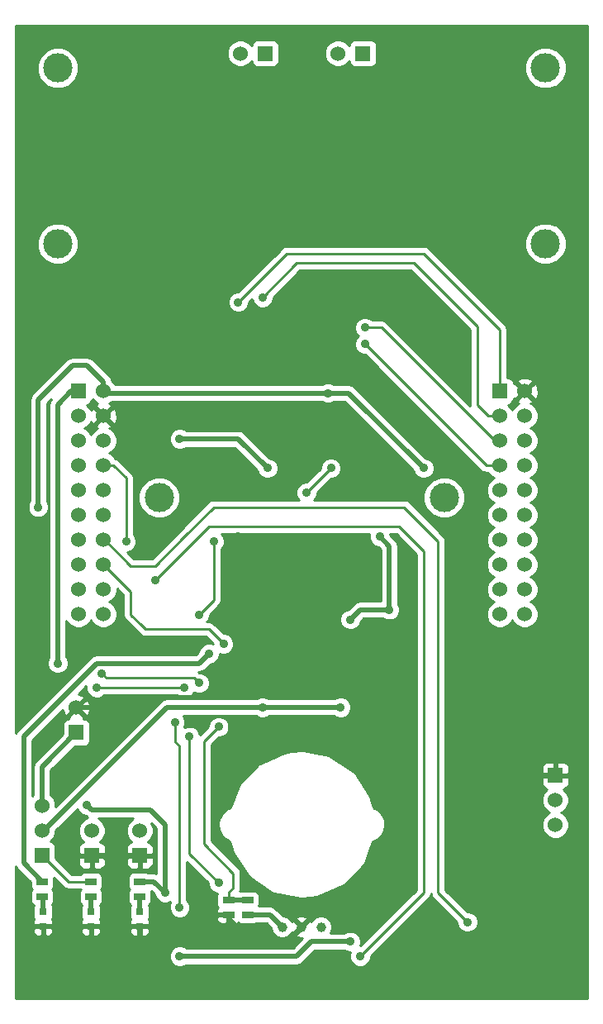
<source format=gtl>
G04 (created by PCBNEW (2013-07-07 BZR 4022)-stable) date 7/8/2014 5:22:45 PM*
%MOIN*%
G04 Gerber Fmt 3.4, Leading zero omitted, Abs format*
%FSLAX34Y34*%
G01*
G70*
G90*
G04 APERTURE LIST*
%ADD10C,0.00590551*%
%ADD11C,0.11811*%
%ADD12R,0.045X0.025*%
%ADD13R,0.06X0.06*%
%ADD14C,0.06*%
%ADD15R,0.0314X0.0314*%
%ADD16C,0.0393701*%
%ADD17C,0.035*%
%ADD18C,0.02*%
%ADD19C,0.01*%
G04 APERTURE END LIST*
G54D10*
G54D11*
X84490Y-42913D03*
X72990Y-42913D03*
X68897Y-32677D03*
X68897Y-25590D03*
X88582Y-25590D03*
X88582Y-32677D03*
G54D12*
X68267Y-59000D03*
X68267Y-58400D03*
X72204Y-59000D03*
X72204Y-58400D03*
X70236Y-59000D03*
X70236Y-58400D03*
X76574Y-59748D03*
X76574Y-59148D03*
X75787Y-59148D03*
X75787Y-59748D03*
G54D13*
X68267Y-57338D03*
G54D14*
X68267Y-56338D03*
X68267Y-55338D03*
G54D13*
X88976Y-54118D03*
G54D14*
X88976Y-55118D03*
X88976Y-56118D03*
G54D13*
X70275Y-57350D03*
G54D14*
X70275Y-56350D03*
G54D13*
X77271Y-25000D03*
G54D14*
X76271Y-25000D03*
G54D13*
X81208Y-25000D03*
G54D14*
X80208Y-25000D03*
G54D13*
X69645Y-52389D03*
G54D14*
X69645Y-51389D03*
G54D13*
X72204Y-57350D03*
G54D14*
X72204Y-56350D03*
G54D13*
X86740Y-38622D03*
G54D14*
X87740Y-38622D03*
X86740Y-39622D03*
X87740Y-39622D03*
X86740Y-40622D03*
X87740Y-40622D03*
X86740Y-41622D03*
X87740Y-41622D03*
X86740Y-42622D03*
X87740Y-42622D03*
X86740Y-43622D03*
X87740Y-43622D03*
X86740Y-44622D03*
X87740Y-44622D03*
X86740Y-45622D03*
X87740Y-45622D03*
X86740Y-46622D03*
X87740Y-46622D03*
X86740Y-47622D03*
X87740Y-47622D03*
G54D13*
X69740Y-38622D03*
G54D14*
X70740Y-38622D03*
X69740Y-39622D03*
X70740Y-39622D03*
X69740Y-40622D03*
X70740Y-40622D03*
X69740Y-41622D03*
X70740Y-41622D03*
X69740Y-42622D03*
X70740Y-42622D03*
X69740Y-43622D03*
X70740Y-43622D03*
X69740Y-44622D03*
X70740Y-44622D03*
X69740Y-45622D03*
X70740Y-45622D03*
X69740Y-46622D03*
X70740Y-46622D03*
X69740Y-47622D03*
X70740Y-47622D03*
G54D15*
X72204Y-59626D03*
X72204Y-60216D03*
X70236Y-59626D03*
X70236Y-60216D03*
X68307Y-59626D03*
X68307Y-60216D03*
G54D16*
X79527Y-60236D03*
X78740Y-60236D03*
X77952Y-60236D03*
G54D17*
X73818Y-40551D03*
X77362Y-41732D03*
X68897Y-49606D03*
X70078Y-55314D03*
X73818Y-61417D03*
X73228Y-58858D03*
X80708Y-60826D03*
X83661Y-41732D03*
X68110Y-43307D03*
X79803Y-38700D03*
X82283Y-47440D03*
X75000Y-49212D03*
X81889Y-44488D03*
X80708Y-47834D03*
X75590Y-48818D03*
X75393Y-52165D03*
X71653Y-44685D03*
X70472Y-50590D03*
X74015Y-50590D03*
X73622Y-51968D03*
X73818Y-59448D03*
X70669Y-50000D03*
X74606Y-50393D03*
X74212Y-52559D03*
X75393Y-58464D03*
X72834Y-46259D03*
X81102Y-61417D03*
X85433Y-60039D03*
X76181Y-35039D03*
X77165Y-34842D03*
X81299Y-36062D03*
X81299Y-36732D03*
X76181Y-44488D03*
X78346Y-39960D03*
X80118Y-41141D03*
X72244Y-61417D03*
X71259Y-52559D03*
X75984Y-50000D03*
X87401Y-62007D03*
X80314Y-51377D03*
X77165Y-51377D03*
X78937Y-42716D03*
X79921Y-41732D03*
X75196Y-44685D03*
X74606Y-47637D03*
G54D18*
X76181Y-40551D02*
X73818Y-40551D01*
X77362Y-41732D02*
X76181Y-40551D01*
X72637Y-55511D02*
X70275Y-55511D01*
X69448Y-38622D02*
X68897Y-39173D01*
X68897Y-39173D02*
X68897Y-49606D01*
X72637Y-55511D02*
X73228Y-56102D01*
X73228Y-58858D02*
X73228Y-56102D01*
G54D19*
X69448Y-38622D02*
X69740Y-38622D01*
G54D18*
X70275Y-55511D02*
X70078Y-55314D01*
X80708Y-60826D02*
X79133Y-60826D01*
X78543Y-61417D02*
X73818Y-61417D01*
X79133Y-60826D02*
X78543Y-61417D01*
X72204Y-58400D02*
X72770Y-58400D01*
X72770Y-58400D02*
X73228Y-58858D01*
X79803Y-38700D02*
X70818Y-38700D01*
X70818Y-38700D02*
X70740Y-38622D01*
X80629Y-38700D02*
X79803Y-38700D01*
X83661Y-41732D02*
X80629Y-38700D01*
X68110Y-43307D02*
X68110Y-38976D01*
X68110Y-38976D02*
X69488Y-37598D01*
X69488Y-37598D02*
X70078Y-37598D01*
X70078Y-37598D02*
X70740Y-38259D01*
X70740Y-38259D02*
X70740Y-38622D01*
G54D19*
X70236Y-58400D02*
X69329Y-58400D01*
X69329Y-58400D02*
X68267Y-57338D01*
X79803Y-38700D02*
X79724Y-38622D01*
G54D18*
X67519Y-57652D02*
X68267Y-58400D01*
X67519Y-52559D02*
X67519Y-57652D01*
X70472Y-49606D02*
X67519Y-52559D01*
X74606Y-49606D02*
X70472Y-49606D01*
X75000Y-49212D02*
X74606Y-49606D01*
X82283Y-47440D02*
X82283Y-44881D01*
X82283Y-44881D02*
X81889Y-44488D01*
X81102Y-47440D02*
X82283Y-47440D01*
X80708Y-47834D02*
X81102Y-47440D01*
X68267Y-55338D02*
X68267Y-53767D01*
X68267Y-53767D02*
X69645Y-52389D01*
G54D19*
X75787Y-59148D02*
X75787Y-58858D01*
X75000Y-48228D02*
X72440Y-48228D01*
X75590Y-48818D02*
X75000Y-48228D01*
X74803Y-52755D02*
X75393Y-52165D01*
X74803Y-56889D02*
X74803Y-52755D01*
X75984Y-58070D02*
X74803Y-56889D01*
X75984Y-58661D02*
X75984Y-58070D01*
X75787Y-58858D02*
X75984Y-58661D01*
G54D18*
X75787Y-59148D02*
X76574Y-59148D01*
G54D19*
X72440Y-48228D02*
X72244Y-48031D01*
X72244Y-48031D02*
X72440Y-48228D01*
X71850Y-46732D02*
X70740Y-45622D01*
X72440Y-48228D02*
X71850Y-47637D01*
X71850Y-47637D02*
X71850Y-46732D01*
X73818Y-53740D02*
X73818Y-52952D01*
X71653Y-44685D02*
X71653Y-44094D01*
X71149Y-41622D02*
X70740Y-41622D01*
X71653Y-42125D02*
X71149Y-41622D01*
X71653Y-44094D02*
X71653Y-42125D01*
X74015Y-50590D02*
X70472Y-50590D01*
X73818Y-59448D02*
X73818Y-55314D01*
X73818Y-55314D02*
X73818Y-53740D01*
X73622Y-52755D02*
X73622Y-51968D01*
X73818Y-52952D02*
X73622Y-52755D01*
X70866Y-50196D02*
X70669Y-50000D01*
X74409Y-50196D02*
X70866Y-50196D01*
X74606Y-50393D02*
X74409Y-50196D01*
X74212Y-57283D02*
X74212Y-52559D01*
X75393Y-58464D02*
X74212Y-57283D01*
X75393Y-44094D02*
X75000Y-44094D01*
X75000Y-44094D02*
X72834Y-46259D01*
X82677Y-44094D02*
X75393Y-44094D01*
X75393Y-44094D02*
X75196Y-44094D01*
X83661Y-45078D02*
X82677Y-44094D01*
X83661Y-58858D02*
X83661Y-45078D01*
X81102Y-61417D02*
X83661Y-58858D01*
X70740Y-44622D02*
X70803Y-44622D01*
X72834Y-45669D02*
X74015Y-44488D01*
X71850Y-45669D02*
X72834Y-45669D01*
X70803Y-44622D02*
X71850Y-45669D01*
X85433Y-60039D02*
X84251Y-58858D01*
X84251Y-58858D02*
X84251Y-44685D01*
X84251Y-44685D02*
X82874Y-43307D01*
X82874Y-43307D02*
X75196Y-43307D01*
X75196Y-43307D02*
X74015Y-44488D01*
X74015Y-44488D02*
X73881Y-44622D01*
X86740Y-36149D02*
X86740Y-38622D01*
X83661Y-33070D02*
X86740Y-36149D01*
X78149Y-33070D02*
X83661Y-33070D01*
X76181Y-35039D02*
X78149Y-33070D01*
X86275Y-39622D02*
X86740Y-39622D01*
X85826Y-39173D02*
X86275Y-39622D01*
X85826Y-36023D02*
X85826Y-39173D01*
X83267Y-33464D02*
X85826Y-36023D01*
X78543Y-33464D02*
X83267Y-33464D01*
X77165Y-34842D02*
X78543Y-33464D01*
X86740Y-40622D02*
X86527Y-40622D01*
X81968Y-36062D02*
X81299Y-36062D01*
X86527Y-40622D02*
X81968Y-36062D01*
X86740Y-41622D02*
X86188Y-41622D01*
X86188Y-41622D02*
X81299Y-36732D01*
G54D18*
X76181Y-44488D02*
X76574Y-44881D01*
X76574Y-44881D02*
X76574Y-49409D01*
X76574Y-49409D02*
X75984Y-50000D01*
X75787Y-59748D02*
X75787Y-59896D01*
X75787Y-59896D02*
X76107Y-60216D01*
X78740Y-60236D02*
X78149Y-60826D01*
X76107Y-60216D02*
X72204Y-60216D01*
X78149Y-60826D02*
X76717Y-60826D01*
X76717Y-60826D02*
X76107Y-60216D01*
X72204Y-60216D02*
X71830Y-60216D01*
X71830Y-60216D02*
X71259Y-59645D01*
X71259Y-58464D02*
X71259Y-59645D01*
X71259Y-58464D02*
X71259Y-58334D01*
X71259Y-57874D02*
X71259Y-58334D01*
X70689Y-60216D02*
X70236Y-60216D01*
X71259Y-59645D02*
X70689Y-60216D01*
X72204Y-57350D02*
X71783Y-57350D01*
X71783Y-57350D02*
X71259Y-57874D01*
X70736Y-57350D02*
X70275Y-57350D01*
X71259Y-57874D02*
X70736Y-57350D01*
X78346Y-39960D02*
X79527Y-41141D01*
X79527Y-41141D02*
X80118Y-41141D01*
X72204Y-61377D02*
X72204Y-60216D01*
X72204Y-61377D02*
X72244Y-61417D01*
X71259Y-52559D02*
X71259Y-51377D01*
G54D19*
X71259Y-51377D02*
X71248Y-51389D01*
G54D18*
X70472Y-51389D02*
X71248Y-51389D01*
X75000Y-50984D02*
X72834Y-50984D01*
X71248Y-51389D02*
X71653Y-50984D01*
X71653Y-50984D02*
X72834Y-50984D01*
X75000Y-50984D02*
X75984Y-50000D01*
X69645Y-51389D02*
X70472Y-51389D01*
G54D19*
X70472Y-51389D02*
X70484Y-51389D01*
G54D18*
X88976Y-54118D02*
X88401Y-54118D01*
X87401Y-55118D02*
X87401Y-62007D01*
X88401Y-54118D02*
X87401Y-55118D01*
X68307Y-60216D02*
X70236Y-60216D01*
X76574Y-59748D02*
X77465Y-59748D01*
X77465Y-59748D02*
X77952Y-60236D01*
X72204Y-59626D02*
X72204Y-59000D01*
X77165Y-51377D02*
X80314Y-51377D01*
X77165Y-51377D02*
X76929Y-51377D01*
G54D19*
X68267Y-56338D02*
X68346Y-56338D01*
G54D18*
X73307Y-51377D02*
X76929Y-51377D01*
X68346Y-56338D02*
X73307Y-51377D01*
X70236Y-59626D02*
X70236Y-59000D01*
G54D19*
X79921Y-41732D02*
X78937Y-42716D01*
G54D18*
X68307Y-59626D02*
X68307Y-59040D01*
G54D19*
X68307Y-59040D02*
X68267Y-59000D01*
X75196Y-47047D02*
X75196Y-44685D01*
X74606Y-47637D02*
X75196Y-47047D01*
G54D10*
G36*
X90281Y-63116D02*
X89526Y-63116D01*
X89526Y-56009D01*
X89442Y-55806D01*
X89288Y-55652D01*
X89206Y-55618D01*
X89287Y-55584D01*
X89442Y-55430D01*
X89526Y-55227D01*
X89526Y-55009D01*
X89442Y-54806D01*
X89304Y-54668D01*
X89326Y-54668D01*
X89418Y-54629D01*
X89488Y-54559D01*
X89526Y-54467D01*
X89526Y-53768D01*
X89488Y-53676D01*
X89423Y-53611D01*
X89423Y-32510D01*
X89423Y-25424D01*
X89295Y-25115D01*
X89059Y-24878D01*
X88750Y-24750D01*
X88416Y-24749D01*
X88107Y-24877D01*
X87870Y-25113D01*
X87742Y-25422D01*
X87741Y-25757D01*
X87869Y-26066D01*
X88105Y-26302D01*
X88414Y-26430D01*
X88749Y-26431D01*
X89058Y-26303D01*
X89294Y-26067D01*
X89423Y-25758D01*
X89423Y-25424D01*
X89423Y-32510D01*
X89295Y-32201D01*
X89059Y-31964D01*
X88750Y-31836D01*
X88416Y-31836D01*
X88107Y-31964D01*
X87870Y-32200D01*
X87742Y-32509D01*
X87741Y-32843D01*
X87869Y-33152D01*
X88105Y-33389D01*
X88414Y-33517D01*
X88749Y-33517D01*
X89058Y-33390D01*
X89294Y-33153D01*
X89423Y-32845D01*
X89423Y-32510D01*
X89423Y-53611D01*
X89418Y-53606D01*
X89326Y-53568D01*
X89226Y-53568D01*
X89088Y-53568D01*
X89026Y-53630D01*
X89026Y-54068D01*
X89463Y-54068D01*
X89526Y-54005D01*
X89526Y-53768D01*
X89526Y-54467D01*
X89526Y-54230D01*
X89463Y-54168D01*
X89026Y-54168D01*
X89026Y-54175D01*
X88926Y-54175D01*
X88926Y-54168D01*
X88926Y-54068D01*
X88926Y-53630D01*
X88863Y-53568D01*
X88725Y-53568D01*
X88626Y-53568D01*
X88534Y-53606D01*
X88464Y-53676D01*
X88426Y-53768D01*
X88426Y-54005D01*
X88488Y-54068D01*
X88926Y-54068D01*
X88926Y-54168D01*
X88488Y-54168D01*
X88426Y-54230D01*
X88426Y-54467D01*
X88464Y-54559D01*
X88534Y-54629D01*
X88626Y-54668D01*
X88648Y-54668D01*
X88510Y-54806D01*
X88426Y-55008D01*
X88426Y-55227D01*
X88509Y-55429D01*
X88664Y-55584D01*
X88746Y-55618D01*
X88665Y-55651D01*
X88510Y-55806D01*
X88426Y-56008D01*
X88426Y-56227D01*
X88509Y-56429D01*
X88664Y-56584D01*
X88866Y-56668D01*
X89085Y-56668D01*
X89287Y-56584D01*
X89442Y-56430D01*
X89526Y-56227D01*
X89526Y-56009D01*
X89526Y-63116D01*
X88294Y-63116D01*
X88294Y-38703D01*
X88284Y-38485D01*
X88221Y-38334D01*
X88126Y-38306D01*
X88055Y-38377D01*
X88055Y-38236D01*
X88028Y-38140D01*
X87821Y-38067D01*
X87603Y-38078D01*
X87452Y-38140D01*
X87424Y-38236D01*
X87740Y-38551D01*
X88055Y-38236D01*
X88055Y-38377D01*
X87810Y-38622D01*
X88126Y-38937D01*
X88221Y-38909D01*
X88294Y-38703D01*
X88294Y-63116D01*
X88290Y-63116D01*
X88290Y-47513D01*
X88206Y-47310D01*
X88052Y-47156D01*
X87970Y-47122D01*
X88051Y-47088D01*
X88206Y-46934D01*
X88290Y-46731D01*
X88290Y-46513D01*
X88206Y-46310D01*
X88052Y-46156D01*
X87970Y-46122D01*
X88051Y-46088D01*
X88206Y-45934D01*
X88290Y-45731D01*
X88290Y-45513D01*
X88206Y-45310D01*
X88052Y-45156D01*
X87970Y-45122D01*
X88051Y-45088D01*
X88206Y-44934D01*
X88290Y-44731D01*
X88290Y-44513D01*
X88206Y-44310D01*
X88052Y-44156D01*
X87970Y-44122D01*
X88051Y-44088D01*
X88206Y-43934D01*
X88290Y-43731D01*
X88290Y-43513D01*
X88206Y-43310D01*
X88052Y-43156D01*
X87970Y-43122D01*
X88051Y-43088D01*
X88206Y-42934D01*
X88290Y-42731D01*
X88290Y-42513D01*
X88206Y-42310D01*
X88052Y-42156D01*
X87970Y-42122D01*
X88051Y-42088D01*
X88206Y-41934D01*
X88290Y-41731D01*
X88290Y-41513D01*
X88206Y-41310D01*
X88052Y-41156D01*
X87970Y-41122D01*
X88051Y-41088D01*
X88206Y-40934D01*
X88290Y-40731D01*
X88290Y-40513D01*
X88206Y-40310D01*
X88052Y-40156D01*
X87970Y-40122D01*
X88051Y-40088D01*
X88206Y-39934D01*
X88290Y-39731D01*
X88290Y-39513D01*
X88206Y-39310D01*
X88052Y-39156D01*
X87976Y-39124D01*
X88028Y-39103D01*
X88055Y-39007D01*
X87740Y-38692D01*
X87424Y-39007D01*
X87452Y-39103D01*
X87507Y-39123D01*
X87429Y-39155D01*
X87274Y-39310D01*
X87240Y-39391D01*
X87206Y-39310D01*
X87068Y-39172D01*
X87089Y-39172D01*
X87181Y-39134D01*
X87251Y-39063D01*
X87290Y-38971D01*
X87290Y-38918D01*
X87354Y-38937D01*
X87669Y-38622D01*
X87354Y-38306D01*
X87290Y-38325D01*
X87290Y-38272D01*
X87252Y-38180D01*
X87181Y-38110D01*
X87090Y-38072D01*
X87040Y-38072D01*
X87040Y-36149D01*
X87017Y-36034D01*
X86952Y-35937D01*
X83873Y-32858D01*
X83776Y-32793D01*
X83661Y-32770D01*
X81758Y-32770D01*
X81758Y-25250D01*
X81758Y-24650D01*
X81720Y-24558D01*
X81650Y-24488D01*
X81558Y-24450D01*
X81459Y-24449D01*
X80859Y-24449D01*
X80767Y-24487D01*
X80696Y-24558D01*
X80658Y-24650D01*
X80658Y-24672D01*
X80520Y-24534D01*
X80318Y-24450D01*
X80099Y-24449D01*
X79897Y-24533D01*
X79742Y-24688D01*
X79658Y-24890D01*
X79658Y-25108D01*
X79742Y-25311D01*
X79896Y-25465D01*
X80098Y-25549D01*
X80317Y-25550D01*
X80519Y-25466D01*
X80658Y-25327D01*
X80658Y-25349D01*
X80696Y-25441D01*
X80766Y-25511D01*
X80858Y-25549D01*
X80958Y-25550D01*
X81558Y-25550D01*
X81650Y-25512D01*
X81720Y-25441D01*
X81758Y-25349D01*
X81758Y-25250D01*
X81758Y-32770D01*
X78149Y-32770D01*
X78034Y-32793D01*
X77937Y-32858D01*
X77821Y-32974D01*
X77821Y-25250D01*
X77821Y-24650D01*
X77783Y-24558D01*
X77713Y-24488D01*
X77621Y-24450D01*
X77522Y-24449D01*
X76922Y-24449D01*
X76830Y-24487D01*
X76759Y-24558D01*
X76721Y-24650D01*
X76721Y-24672D01*
X76583Y-24534D01*
X76381Y-24450D01*
X76162Y-24449D01*
X75960Y-24533D01*
X75805Y-24688D01*
X75721Y-24890D01*
X75721Y-25108D01*
X75805Y-25311D01*
X75959Y-25465D01*
X76161Y-25549D01*
X76380Y-25550D01*
X76582Y-25466D01*
X76721Y-25327D01*
X76721Y-25349D01*
X76759Y-25441D01*
X76829Y-25511D01*
X76921Y-25549D01*
X77021Y-25550D01*
X77621Y-25550D01*
X77713Y-25512D01*
X77783Y-25441D01*
X77821Y-25349D01*
X77821Y-25250D01*
X77821Y-32974D01*
X76181Y-34614D01*
X76096Y-34614D01*
X75940Y-34678D01*
X75821Y-34798D01*
X75756Y-34954D01*
X75756Y-35123D01*
X75820Y-35279D01*
X75940Y-35399D01*
X76096Y-35464D01*
X76265Y-35464D01*
X76421Y-35399D01*
X76541Y-35280D01*
X76606Y-35124D01*
X76606Y-35038D01*
X76740Y-34904D01*
X76740Y-34926D01*
X76804Y-35082D01*
X76924Y-35202D01*
X77080Y-35267D01*
X77249Y-35267D01*
X77405Y-35203D01*
X77525Y-35083D01*
X77590Y-34927D01*
X77590Y-34841D01*
X78667Y-33764D01*
X83143Y-33764D01*
X85526Y-36147D01*
X85526Y-39173D01*
X85532Y-39202D01*
X82180Y-35850D01*
X82083Y-35785D01*
X81968Y-35762D01*
X81600Y-35762D01*
X81540Y-35702D01*
X81384Y-35638D01*
X81215Y-35637D01*
X81058Y-35702D01*
X80939Y-35821D01*
X80874Y-35978D01*
X80874Y-36147D01*
X80938Y-36303D01*
X81032Y-36397D01*
X80939Y-36491D01*
X80874Y-36647D01*
X80874Y-36816D01*
X80938Y-36972D01*
X81058Y-37092D01*
X81214Y-37157D01*
X81299Y-37157D01*
X85976Y-41834D01*
X85976Y-41834D01*
X86074Y-41899D01*
X86188Y-41922D01*
X86269Y-41922D01*
X86273Y-41933D01*
X86428Y-42088D01*
X86510Y-42122D01*
X86429Y-42155D01*
X86274Y-42310D01*
X86190Y-42512D01*
X86190Y-42730D01*
X86273Y-42933D01*
X86428Y-43088D01*
X86510Y-43122D01*
X86429Y-43155D01*
X86274Y-43310D01*
X86190Y-43512D01*
X86190Y-43730D01*
X86273Y-43933D01*
X86428Y-44088D01*
X86510Y-44122D01*
X86429Y-44155D01*
X86274Y-44310D01*
X86190Y-44512D01*
X86190Y-44730D01*
X86273Y-44933D01*
X86428Y-45088D01*
X86510Y-45122D01*
X86429Y-45155D01*
X86274Y-45310D01*
X86190Y-45512D01*
X86190Y-45730D01*
X86273Y-45933D01*
X86428Y-46088D01*
X86510Y-46122D01*
X86429Y-46155D01*
X86274Y-46310D01*
X86190Y-46512D01*
X86190Y-46730D01*
X86273Y-46933D01*
X86428Y-47088D01*
X86510Y-47122D01*
X86429Y-47155D01*
X86274Y-47310D01*
X86190Y-47512D01*
X86190Y-47730D01*
X86273Y-47933D01*
X86428Y-48088D01*
X86630Y-48171D01*
X86849Y-48172D01*
X87051Y-48088D01*
X87206Y-47934D01*
X87240Y-47852D01*
X87273Y-47933D01*
X87428Y-48088D01*
X87630Y-48171D01*
X87849Y-48172D01*
X88051Y-48088D01*
X88206Y-47934D01*
X88290Y-47731D01*
X88290Y-47513D01*
X88290Y-63116D01*
X72611Y-63116D01*
X72611Y-60422D01*
X72611Y-60328D01*
X72549Y-60266D01*
X72254Y-60266D01*
X72254Y-60560D01*
X72317Y-60623D01*
X72312Y-60623D01*
X72411Y-60623D01*
X72503Y-60585D01*
X72573Y-60514D01*
X72611Y-60422D01*
X72611Y-63116D01*
X72154Y-63116D01*
X72154Y-60560D01*
X72154Y-60266D01*
X71860Y-60266D01*
X71797Y-60328D01*
X71797Y-60422D01*
X71835Y-60514D01*
X71905Y-60585D01*
X71997Y-60623D01*
X72097Y-60623D01*
X72092Y-60623D01*
X72154Y-60560D01*
X72154Y-63116D01*
X70825Y-63116D01*
X70825Y-57699D01*
X70825Y-57462D01*
X70763Y-57400D01*
X70325Y-57400D01*
X70325Y-57837D01*
X70388Y-57900D01*
X70526Y-57900D01*
X70625Y-57900D01*
X70717Y-57862D01*
X70787Y-57791D01*
X70825Y-57699D01*
X70825Y-63116D01*
X70643Y-63116D01*
X70643Y-60422D01*
X70643Y-60328D01*
X70580Y-60266D01*
X70286Y-60266D01*
X70286Y-60560D01*
X70348Y-60623D01*
X70343Y-60623D01*
X70443Y-60623D01*
X70535Y-60585D01*
X70605Y-60514D01*
X70643Y-60422D01*
X70643Y-63116D01*
X70186Y-63116D01*
X70186Y-60560D01*
X70186Y-60266D01*
X69891Y-60266D01*
X69829Y-60328D01*
X69829Y-60422D01*
X69867Y-60514D01*
X69937Y-60585D01*
X70029Y-60623D01*
X70128Y-60623D01*
X70123Y-60623D01*
X70186Y-60560D01*
X70186Y-63116D01*
X68714Y-63116D01*
X68714Y-60422D01*
X68714Y-60328D01*
X68651Y-60266D01*
X68357Y-60266D01*
X68357Y-60560D01*
X68419Y-60623D01*
X68414Y-60623D01*
X68514Y-60623D01*
X68605Y-60585D01*
X68676Y-60514D01*
X68714Y-60422D01*
X68714Y-63116D01*
X68257Y-63116D01*
X68257Y-60560D01*
X68257Y-60266D01*
X67962Y-60266D01*
X67900Y-60328D01*
X67900Y-60422D01*
X67938Y-60514D01*
X68008Y-60585D01*
X68100Y-60623D01*
X68199Y-60623D01*
X68194Y-60623D01*
X68257Y-60560D01*
X68257Y-63116D01*
X67198Y-63116D01*
X67198Y-57790D01*
X67272Y-57900D01*
X67792Y-58420D01*
X67792Y-58575D01*
X67830Y-58667D01*
X67864Y-58700D01*
X67830Y-58733D01*
X67792Y-58825D01*
X67792Y-58925D01*
X67792Y-59175D01*
X67830Y-59267D01*
X67900Y-59337D01*
X67929Y-59349D01*
X67900Y-59419D01*
X67900Y-59518D01*
X67900Y-59832D01*
X67936Y-59921D01*
X67900Y-60009D01*
X67900Y-60103D01*
X67962Y-60166D01*
X68257Y-60166D01*
X68257Y-60158D01*
X68357Y-60158D01*
X68357Y-60166D01*
X68651Y-60166D01*
X68714Y-60103D01*
X68714Y-60009D01*
X68677Y-59921D01*
X68714Y-59833D01*
X68714Y-59733D01*
X68714Y-59419D01*
X68676Y-59327D01*
X68660Y-59311D01*
X68704Y-59267D01*
X68742Y-59175D01*
X68742Y-59076D01*
X68742Y-58826D01*
X68704Y-58734D01*
X68671Y-58700D01*
X68704Y-58667D01*
X68742Y-58575D01*
X68742Y-58476D01*
X68742Y-58237D01*
X69117Y-58612D01*
X69117Y-58612D01*
X69215Y-58677D01*
X69329Y-58700D01*
X69832Y-58700D01*
X69799Y-58733D01*
X69761Y-58825D01*
X69761Y-58925D01*
X69761Y-59175D01*
X69799Y-59267D01*
X69865Y-59333D01*
X69829Y-59419D01*
X69829Y-59518D01*
X69829Y-59832D01*
X69865Y-59921D01*
X69829Y-60009D01*
X69829Y-60103D01*
X69891Y-60166D01*
X70186Y-60166D01*
X70186Y-60158D01*
X70286Y-60158D01*
X70286Y-60166D01*
X70580Y-60166D01*
X70643Y-60103D01*
X70643Y-60009D01*
X70606Y-59921D01*
X70643Y-59833D01*
X70643Y-59733D01*
X70643Y-59419D01*
X70607Y-59333D01*
X70673Y-59267D01*
X70711Y-59175D01*
X70711Y-59076D01*
X70711Y-58826D01*
X70673Y-58734D01*
X70639Y-58700D01*
X70673Y-58667D01*
X70711Y-58575D01*
X70711Y-58476D01*
X70711Y-58226D01*
X70673Y-58134D01*
X70603Y-58063D01*
X70511Y-58025D01*
X70411Y-58025D01*
X70225Y-58025D01*
X70225Y-57837D01*
X70225Y-57400D01*
X69788Y-57400D01*
X69725Y-57462D01*
X69725Y-57699D01*
X69763Y-57791D01*
X69833Y-57862D01*
X69925Y-57900D01*
X70025Y-57900D01*
X70163Y-57900D01*
X70225Y-57837D01*
X70225Y-58025D01*
X69961Y-58025D01*
X69869Y-58063D01*
X69832Y-58100D01*
X69454Y-58100D01*
X68817Y-57464D01*
X68817Y-56989D01*
X68779Y-56897D01*
X68709Y-56826D01*
X68617Y-56788D01*
X68595Y-56788D01*
X68733Y-56650D01*
X68817Y-56448D01*
X68817Y-56362D01*
X69690Y-55489D01*
X69718Y-55555D01*
X69837Y-55675D01*
X69993Y-55739D01*
X70008Y-55739D01*
X70028Y-55759D01*
X70028Y-55759D01*
X70118Y-55820D01*
X69964Y-55883D01*
X69809Y-56038D01*
X69725Y-56240D01*
X69725Y-56459D01*
X69809Y-56661D01*
X69947Y-56800D01*
X69925Y-56800D01*
X69833Y-56838D01*
X69763Y-56908D01*
X69725Y-57000D01*
X69725Y-57237D01*
X69788Y-57300D01*
X70225Y-57300D01*
X70225Y-57292D01*
X70325Y-57292D01*
X70325Y-57300D01*
X70763Y-57300D01*
X70825Y-57237D01*
X70825Y-57000D01*
X70787Y-56908D01*
X70717Y-56838D01*
X70625Y-56800D01*
X70603Y-56800D01*
X70741Y-56662D01*
X70825Y-56460D01*
X70825Y-56241D01*
X70742Y-56039D01*
X70587Y-55884D01*
X70533Y-55861D01*
X71946Y-55861D01*
X71893Y-55883D01*
X71738Y-56038D01*
X71654Y-56240D01*
X71654Y-56459D01*
X71738Y-56661D01*
X71876Y-56800D01*
X71854Y-56800D01*
X71762Y-56838D01*
X71692Y-56908D01*
X71654Y-57000D01*
X71654Y-57237D01*
X71717Y-57300D01*
X72154Y-57300D01*
X72154Y-57292D01*
X72254Y-57292D01*
X72254Y-57300D01*
X72692Y-57300D01*
X72754Y-57237D01*
X72754Y-57000D01*
X72716Y-56908D01*
X72646Y-56838D01*
X72554Y-56800D01*
X72532Y-56800D01*
X72670Y-56662D01*
X72754Y-56460D01*
X72754Y-56241D01*
X72671Y-56040D01*
X72878Y-56247D01*
X72878Y-58072D01*
X72770Y-58050D01*
X72754Y-58050D01*
X72754Y-57699D01*
X72754Y-57462D01*
X72692Y-57400D01*
X72254Y-57400D01*
X72254Y-57837D01*
X72317Y-57900D01*
X72455Y-57900D01*
X72554Y-57900D01*
X72646Y-57862D01*
X72716Y-57791D01*
X72754Y-57699D01*
X72754Y-58050D01*
X72539Y-58050D01*
X72479Y-58025D01*
X72380Y-58025D01*
X72154Y-58025D01*
X72154Y-57837D01*
X72154Y-57400D01*
X71717Y-57400D01*
X71654Y-57462D01*
X71654Y-57699D01*
X71692Y-57791D01*
X71762Y-57862D01*
X71854Y-57900D01*
X71954Y-57900D01*
X72092Y-57900D01*
X72154Y-57837D01*
X72154Y-58025D01*
X71930Y-58025D01*
X71838Y-58063D01*
X71767Y-58133D01*
X71729Y-58225D01*
X71729Y-58325D01*
X71729Y-58575D01*
X71767Y-58667D01*
X71801Y-58700D01*
X71767Y-58733D01*
X71729Y-58825D01*
X71729Y-58925D01*
X71729Y-59175D01*
X71767Y-59267D01*
X71833Y-59333D01*
X71797Y-59419D01*
X71797Y-59518D01*
X71797Y-59832D01*
X71834Y-59921D01*
X71797Y-60009D01*
X71797Y-60103D01*
X71860Y-60166D01*
X72154Y-60166D01*
X72154Y-60158D01*
X72254Y-60158D01*
X72254Y-60166D01*
X72549Y-60166D01*
X72611Y-60103D01*
X72611Y-60009D01*
X72575Y-59921D01*
X72611Y-59833D01*
X72611Y-59733D01*
X72611Y-59419D01*
X72575Y-59333D01*
X72641Y-59267D01*
X72679Y-59175D01*
X72679Y-59076D01*
X72679Y-58826D01*
X72664Y-58789D01*
X72803Y-58928D01*
X72803Y-58942D01*
X72867Y-59098D01*
X72987Y-59218D01*
X73143Y-59283D01*
X73312Y-59283D01*
X73451Y-59226D01*
X73393Y-59363D01*
X73393Y-59532D01*
X73458Y-59689D01*
X73577Y-59808D01*
X73733Y-59873D01*
X73903Y-59873D01*
X74059Y-59809D01*
X74178Y-59689D01*
X74243Y-59533D01*
X74243Y-59364D01*
X74179Y-59208D01*
X74118Y-59147D01*
X74118Y-57614D01*
X74968Y-58463D01*
X74968Y-58548D01*
X75033Y-58704D01*
X75152Y-58824D01*
X75308Y-58889D01*
X75347Y-58889D01*
X75312Y-58973D01*
X75312Y-59073D01*
X75312Y-59323D01*
X75350Y-59415D01*
X75383Y-59448D01*
X75350Y-59482D01*
X75312Y-59574D01*
X75312Y-59636D01*
X75374Y-59698D01*
X75737Y-59698D01*
X75737Y-59690D01*
X75837Y-59690D01*
X75837Y-59698D01*
X75845Y-59698D01*
X75845Y-59798D01*
X75837Y-59798D01*
X75837Y-60061D01*
X75899Y-60123D01*
X75962Y-60123D01*
X76062Y-60123D01*
X76154Y-60085D01*
X76181Y-60058D01*
X76208Y-60085D01*
X76299Y-60123D01*
X76399Y-60123D01*
X76849Y-60123D01*
X76909Y-60098D01*
X77320Y-60098D01*
X77505Y-60284D01*
X77505Y-60324D01*
X77573Y-60489D01*
X77699Y-60614D01*
X77863Y-60682D01*
X78041Y-60683D01*
X78205Y-60615D01*
X78331Y-60489D01*
X78343Y-60460D01*
X78344Y-60461D01*
X78429Y-60476D01*
X78669Y-60236D01*
X78429Y-59995D01*
X78344Y-60010D01*
X78343Y-60012D01*
X78331Y-59983D01*
X78206Y-59857D01*
X78042Y-59789D01*
X78000Y-59789D01*
X77712Y-59501D01*
X77599Y-59425D01*
X77465Y-59398D01*
X77018Y-59398D01*
X77049Y-59323D01*
X77049Y-59224D01*
X77049Y-58974D01*
X77011Y-58882D01*
X76941Y-58812D01*
X76849Y-58773D01*
X76750Y-58773D01*
X76300Y-58773D01*
X76248Y-58795D01*
X76261Y-58776D01*
X76284Y-58661D01*
X76284Y-58661D01*
X76284Y-58070D01*
X76261Y-57956D01*
X76196Y-57858D01*
X76196Y-57858D01*
X75103Y-56765D01*
X75103Y-52880D01*
X75392Y-52590D01*
X75477Y-52590D01*
X75634Y-52525D01*
X75753Y-52406D01*
X75818Y-52250D01*
X75818Y-52081D01*
X75754Y-51924D01*
X75634Y-51805D01*
X75478Y-51740D01*
X75309Y-51740D01*
X75153Y-51804D01*
X75033Y-51924D01*
X74968Y-52080D01*
X74968Y-52166D01*
X74637Y-52497D01*
X74637Y-52474D01*
X74573Y-52318D01*
X74453Y-52198D01*
X74297Y-52134D01*
X74128Y-52133D01*
X73989Y-52191D01*
X74046Y-52053D01*
X74047Y-51884D01*
X73982Y-51728D01*
X73982Y-51727D01*
X76914Y-51727D01*
X76924Y-51738D01*
X77080Y-51802D01*
X77249Y-51803D01*
X77405Y-51738D01*
X77416Y-51727D01*
X80063Y-51727D01*
X80073Y-51738D01*
X80230Y-51802D01*
X80399Y-51803D01*
X80555Y-51738D01*
X80675Y-51619D01*
X80739Y-51462D01*
X80740Y-51293D01*
X80675Y-51137D01*
X80556Y-51017D01*
X80399Y-50953D01*
X80230Y-50952D01*
X80074Y-51017D01*
X80064Y-51027D01*
X77416Y-51027D01*
X77406Y-51017D01*
X77250Y-50953D01*
X77081Y-50952D01*
X76924Y-51017D01*
X76914Y-51027D01*
X73307Y-51027D01*
X73173Y-51054D01*
X73059Y-51130D01*
X73059Y-51130D01*
X73059Y-51130D01*
X70200Y-53989D01*
X70200Y-51471D01*
X70189Y-51253D01*
X70126Y-51101D01*
X70031Y-51074D01*
X69716Y-51389D01*
X70031Y-51704D01*
X70126Y-51677D01*
X70200Y-51471D01*
X70200Y-53989D01*
X68817Y-55372D01*
X68817Y-55229D01*
X68734Y-55027D01*
X68617Y-54910D01*
X68617Y-53912D01*
X69590Y-52939D01*
X69995Y-52939D01*
X70087Y-52901D01*
X70157Y-52831D01*
X70195Y-52739D01*
X70195Y-52640D01*
X70195Y-52040D01*
X70157Y-51948D01*
X70087Y-51877D01*
X69995Y-51839D01*
X69942Y-51839D01*
X69960Y-51775D01*
X69645Y-51460D01*
X69330Y-51775D01*
X69348Y-51839D01*
X69296Y-51839D01*
X69204Y-51877D01*
X69133Y-51947D01*
X69095Y-52039D01*
X69095Y-52139D01*
X69095Y-52444D01*
X68020Y-53520D01*
X67944Y-53633D01*
X67917Y-53767D01*
X67917Y-54910D01*
X67869Y-54958D01*
X67869Y-52704D01*
X69099Y-51474D01*
X69101Y-51526D01*
X69164Y-51677D01*
X69259Y-51704D01*
X69574Y-51389D01*
X69569Y-51384D01*
X69640Y-51313D01*
X69645Y-51319D01*
X69960Y-51003D01*
X69933Y-50908D01*
X69735Y-50837D01*
X70047Y-50526D01*
X70047Y-50674D01*
X70111Y-50830D01*
X70231Y-50950D01*
X70387Y-51015D01*
X70556Y-51015D01*
X70712Y-50951D01*
X70773Y-50890D01*
X73714Y-50890D01*
X73774Y-50950D01*
X73930Y-51015D01*
X74099Y-51015D01*
X74256Y-50951D01*
X74375Y-50831D01*
X74401Y-50768D01*
X74521Y-50818D01*
X74690Y-50818D01*
X74846Y-50754D01*
X74966Y-50634D01*
X75031Y-50478D01*
X75031Y-50309D01*
X74966Y-50153D01*
X74847Y-50033D01*
X74691Y-49968D01*
X74597Y-49968D01*
X74579Y-49956D01*
X74606Y-49956D01*
X74740Y-49929D01*
X74740Y-49929D01*
X74853Y-49853D01*
X75069Y-49637D01*
X75084Y-49637D01*
X75240Y-49573D01*
X75360Y-49453D01*
X75424Y-49297D01*
X75425Y-49210D01*
X75505Y-49243D01*
X75674Y-49243D01*
X75830Y-49179D01*
X75950Y-49059D01*
X76015Y-48903D01*
X76015Y-48734D01*
X75951Y-48578D01*
X75831Y-48458D01*
X75675Y-48393D01*
X75589Y-48393D01*
X75212Y-48016D01*
X75114Y-47951D01*
X75000Y-47928D01*
X74916Y-47928D01*
X74966Y-47878D01*
X75031Y-47722D01*
X75031Y-47637D01*
X75408Y-47259D01*
X75408Y-47259D01*
X75474Y-47162D01*
X75496Y-47047D01*
X75496Y-47047D01*
X75496Y-44986D01*
X75556Y-44926D01*
X75621Y-44769D01*
X75621Y-44600D01*
X75557Y-44444D01*
X75507Y-44394D01*
X81468Y-44394D01*
X81464Y-44403D01*
X81464Y-44572D01*
X81529Y-44728D01*
X81648Y-44848D01*
X81804Y-44913D01*
X81819Y-44913D01*
X81933Y-45026D01*
X81933Y-47090D01*
X81102Y-47090D01*
X80968Y-47117D01*
X80854Y-47193D01*
X80638Y-47409D01*
X80624Y-47409D01*
X80468Y-47474D01*
X80348Y-47593D01*
X80283Y-47749D01*
X80283Y-47918D01*
X80348Y-48075D01*
X80467Y-48194D01*
X80623Y-48259D01*
X80792Y-48259D01*
X80949Y-48195D01*
X81068Y-48075D01*
X81133Y-47919D01*
X81133Y-47904D01*
X81247Y-47790D01*
X82032Y-47790D01*
X82042Y-47801D01*
X82198Y-47865D01*
X82367Y-47866D01*
X82523Y-47801D01*
X82643Y-47682D01*
X82708Y-47525D01*
X82708Y-47356D01*
X82643Y-47200D01*
X82633Y-47189D01*
X82633Y-44881D01*
X82606Y-44747D01*
X82530Y-44634D01*
X82314Y-44418D01*
X82314Y-44404D01*
X82310Y-44394D01*
X82552Y-44394D01*
X83361Y-45203D01*
X83361Y-58734D01*
X82117Y-59978D01*
X82117Y-56061D01*
X82095Y-55922D01*
X82078Y-55875D01*
X82065Y-55834D01*
X81979Y-55677D01*
X81979Y-55676D01*
X81911Y-55595D01*
X81771Y-55483D01*
X81677Y-55435D01*
X81677Y-55435D01*
X81634Y-55422D01*
X81509Y-54988D01*
X81494Y-54960D01*
X81474Y-54912D01*
X80885Y-54031D01*
X80810Y-53957D01*
X80806Y-53955D01*
X79932Y-53370D01*
X79929Y-53367D01*
X79832Y-53327D01*
X78792Y-53121D01*
X78751Y-53121D01*
X78710Y-53117D01*
X78108Y-53185D01*
X78058Y-53201D01*
X78028Y-53207D01*
X77060Y-53638D01*
X76974Y-53699D01*
X76972Y-53703D01*
X76248Y-54466D01*
X76244Y-54469D01*
X76188Y-54558D01*
X75861Y-55415D01*
X75816Y-55436D01*
X75776Y-55452D01*
X75627Y-55552D01*
X75626Y-55552D01*
X75552Y-55627D01*
X75452Y-55776D01*
X75412Y-55873D01*
X75412Y-55874D01*
X75377Y-56049D01*
X75377Y-56096D01*
X75375Y-56143D01*
X75397Y-56281D01*
X75412Y-56323D01*
X75426Y-56370D01*
X75513Y-56527D01*
X75580Y-56608D01*
X75581Y-56608D01*
X75720Y-56720D01*
X75720Y-56720D01*
X75814Y-56769D01*
X75844Y-56778D01*
X75971Y-57216D01*
X75990Y-57253D01*
X76006Y-57291D01*
X76593Y-58168D01*
X76594Y-58172D01*
X76669Y-58247D01*
X77550Y-58836D01*
X77647Y-58877D01*
X77651Y-58877D01*
X78687Y-59082D01*
X78718Y-59082D01*
X78770Y-59086D01*
X79372Y-59019D01*
X79411Y-59006D01*
X79451Y-58997D01*
X80419Y-58566D01*
X80505Y-58505D01*
X80508Y-58502D01*
X81235Y-57736D01*
X81291Y-57647D01*
X81292Y-57642D01*
X81616Y-56792D01*
X81630Y-56789D01*
X81670Y-56770D01*
X81715Y-56751D01*
X81865Y-56652D01*
X81939Y-56577D01*
X81940Y-56577D01*
X82038Y-56429D01*
X82039Y-56428D01*
X82079Y-56331D01*
X82115Y-56155D01*
X82115Y-56107D01*
X82117Y-56061D01*
X82117Y-59978D01*
X81103Y-60992D01*
X81100Y-60992D01*
X81133Y-60911D01*
X81133Y-60742D01*
X81069Y-60586D01*
X80949Y-60466D01*
X80793Y-60401D01*
X80624Y-60401D01*
X80468Y-60466D01*
X80457Y-60476D01*
X79911Y-60476D01*
X79974Y-60325D01*
X79974Y-60147D01*
X79906Y-59983D01*
X79781Y-59857D01*
X79616Y-59789D01*
X79439Y-59789D01*
X79274Y-59857D01*
X79148Y-59982D01*
X79136Y-60012D01*
X79135Y-60010D01*
X79051Y-59995D01*
X78980Y-60066D01*
X78980Y-59925D01*
X78965Y-59840D01*
X78797Y-59784D01*
X78619Y-59796D01*
X78514Y-59840D01*
X78499Y-59925D01*
X78740Y-60165D01*
X78980Y-59925D01*
X78980Y-60066D01*
X78810Y-60236D01*
X78816Y-60241D01*
X78745Y-60312D01*
X78740Y-60306D01*
X78499Y-60547D01*
X78514Y-60631D01*
X78683Y-60688D01*
X78784Y-60681D01*
X78398Y-61067D01*
X75737Y-61067D01*
X75737Y-60061D01*
X75737Y-59798D01*
X75374Y-59798D01*
X75312Y-59861D01*
X75312Y-59923D01*
X75350Y-60015D01*
X75420Y-60085D01*
X75512Y-60123D01*
X75611Y-60123D01*
X75674Y-60123D01*
X75737Y-60061D01*
X75737Y-61067D01*
X74070Y-61067D01*
X74059Y-61057D01*
X73903Y-60992D01*
X73734Y-60992D01*
X73578Y-61056D01*
X73458Y-61176D01*
X73393Y-61332D01*
X73393Y-61501D01*
X73458Y-61657D01*
X73577Y-61777D01*
X73733Y-61842D01*
X73903Y-61842D01*
X74059Y-61777D01*
X74069Y-61767D01*
X78543Y-61767D01*
X78677Y-61740D01*
X78677Y-61740D01*
X78790Y-61664D01*
X79278Y-61176D01*
X80457Y-61176D01*
X80467Y-61186D01*
X80623Y-61251D01*
X80710Y-61251D01*
X80677Y-61332D01*
X80677Y-61501D01*
X80741Y-61657D01*
X80861Y-61777D01*
X81017Y-61842D01*
X81186Y-61842D01*
X81342Y-61777D01*
X81462Y-61658D01*
X81527Y-61502D01*
X81527Y-61416D01*
X83873Y-59070D01*
X83938Y-58973D01*
X83956Y-58882D01*
X83974Y-58973D01*
X84039Y-59070D01*
X85008Y-60038D01*
X85007Y-60123D01*
X85072Y-60279D01*
X85192Y-60399D01*
X85348Y-60464D01*
X85517Y-60464D01*
X85673Y-60399D01*
X85793Y-60280D01*
X85857Y-60124D01*
X85858Y-59955D01*
X85793Y-59798D01*
X85674Y-59679D01*
X85517Y-59614D01*
X85432Y-59614D01*
X85330Y-59512D01*
X85330Y-42746D01*
X85203Y-42437D01*
X84966Y-42201D01*
X84658Y-42072D01*
X84323Y-42072D01*
X84014Y-42200D01*
X83777Y-42436D01*
X83649Y-42745D01*
X83649Y-43079D01*
X83777Y-43388D01*
X84013Y-43625D01*
X84322Y-43753D01*
X84656Y-43754D01*
X84965Y-43626D01*
X85202Y-43390D01*
X85330Y-43081D01*
X85330Y-42746D01*
X85330Y-59512D01*
X84551Y-58734D01*
X84551Y-44685D01*
X84529Y-44570D01*
X84464Y-44472D01*
X84464Y-44472D01*
X83086Y-43094D01*
X82988Y-43029D01*
X82874Y-43007D01*
X79247Y-43007D01*
X79297Y-42957D01*
X79361Y-42801D01*
X79362Y-42715D01*
X79920Y-42157D01*
X80005Y-42157D01*
X80161Y-42092D01*
X80281Y-41973D01*
X80346Y-41817D01*
X80346Y-41648D01*
X80281Y-41491D01*
X80162Y-41372D01*
X80006Y-41307D01*
X79837Y-41307D01*
X79680Y-41371D01*
X79561Y-41491D01*
X79496Y-41647D01*
X79496Y-41733D01*
X78937Y-42291D01*
X78852Y-42291D01*
X78696Y-42356D01*
X78576Y-42475D01*
X78512Y-42631D01*
X78511Y-42800D01*
X78576Y-42956D01*
X78626Y-43007D01*
X77787Y-43007D01*
X77787Y-41648D01*
X77722Y-41491D01*
X77603Y-41372D01*
X77447Y-41307D01*
X77432Y-41307D01*
X76428Y-40303D01*
X76315Y-40227D01*
X76181Y-40201D01*
X74070Y-40201D01*
X74059Y-40191D01*
X73903Y-40126D01*
X73734Y-40126D01*
X73578Y-40190D01*
X73458Y-40310D01*
X73393Y-40466D01*
X73393Y-40635D01*
X73458Y-40791D01*
X73577Y-40911D01*
X73733Y-40976D01*
X73903Y-40976D01*
X74059Y-40911D01*
X74069Y-40901D01*
X76036Y-40901D01*
X76937Y-41802D01*
X76937Y-41816D01*
X77001Y-41972D01*
X77121Y-42092D01*
X77277Y-42157D01*
X77446Y-42157D01*
X77602Y-42092D01*
X77722Y-41973D01*
X77787Y-41817D01*
X77787Y-41648D01*
X77787Y-43007D01*
X75196Y-43007D01*
X75082Y-43029D01*
X74984Y-43094D01*
X73830Y-44248D01*
X73830Y-42746D01*
X73703Y-42437D01*
X73466Y-42201D01*
X73158Y-42072D01*
X72823Y-42072D01*
X72514Y-42200D01*
X72277Y-42436D01*
X72149Y-42745D01*
X72149Y-43079D01*
X72277Y-43388D01*
X72513Y-43625D01*
X72822Y-43753D01*
X73156Y-43754D01*
X73465Y-43626D01*
X73702Y-43390D01*
X73830Y-43081D01*
X73830Y-42746D01*
X73830Y-44248D01*
X73803Y-44276D01*
X73803Y-44276D01*
X72710Y-45369D01*
X71974Y-45369D01*
X71715Y-45110D01*
X71737Y-45110D01*
X71893Y-45045D01*
X72013Y-44926D01*
X72078Y-44769D01*
X72078Y-44600D01*
X72014Y-44444D01*
X71953Y-44383D01*
X71953Y-44094D01*
X71953Y-42125D01*
X71930Y-42011D01*
X71865Y-41913D01*
X71865Y-41913D01*
X71361Y-41409D01*
X71294Y-41365D01*
X71294Y-39703D01*
X71284Y-39485D01*
X71221Y-39334D01*
X71126Y-39306D01*
X70810Y-39622D01*
X71126Y-39937D01*
X71221Y-39909D01*
X71294Y-39703D01*
X71294Y-41365D01*
X71264Y-41344D01*
X71216Y-41335D01*
X71206Y-41310D01*
X71052Y-41156D01*
X70970Y-41122D01*
X71051Y-41088D01*
X71206Y-40934D01*
X71290Y-40731D01*
X71290Y-40513D01*
X71206Y-40310D01*
X71052Y-40156D01*
X70976Y-40124D01*
X71028Y-40103D01*
X71055Y-40007D01*
X70740Y-39692D01*
X70424Y-40007D01*
X70452Y-40103D01*
X70507Y-40123D01*
X70429Y-40155D01*
X70274Y-40310D01*
X70240Y-40391D01*
X70206Y-40310D01*
X70052Y-40156D01*
X69970Y-40122D01*
X70051Y-40088D01*
X70206Y-39934D01*
X70237Y-39858D01*
X70258Y-39909D01*
X70354Y-39937D01*
X70669Y-39622D01*
X70354Y-39306D01*
X70258Y-39334D01*
X70239Y-39389D01*
X70206Y-39310D01*
X70068Y-39172D01*
X70089Y-39172D01*
X70181Y-39134D01*
X70251Y-39063D01*
X70290Y-38971D01*
X70290Y-38949D01*
X70428Y-39088D01*
X70503Y-39119D01*
X70452Y-39140D01*
X70424Y-39236D01*
X70740Y-39551D01*
X71055Y-39236D01*
X71028Y-39140D01*
X70972Y-39121D01*
X71051Y-39088D01*
X71089Y-39050D01*
X79552Y-39050D01*
X79562Y-39060D01*
X79718Y-39125D01*
X79887Y-39125D01*
X80043Y-39061D01*
X80054Y-39050D01*
X80484Y-39050D01*
X83236Y-41802D01*
X83236Y-41816D01*
X83300Y-41972D01*
X83420Y-42092D01*
X83576Y-42157D01*
X83745Y-42157D01*
X83901Y-42092D01*
X84021Y-41973D01*
X84086Y-41817D01*
X84086Y-41648D01*
X84021Y-41491D01*
X83902Y-41372D01*
X83746Y-41307D01*
X83731Y-41307D01*
X80877Y-38453D01*
X80763Y-38377D01*
X80629Y-38350D01*
X80054Y-38350D01*
X80044Y-38340D01*
X79888Y-38275D01*
X79718Y-38275D01*
X79562Y-38340D01*
X79552Y-38350D01*
X71223Y-38350D01*
X71206Y-38310D01*
X71073Y-38177D01*
X71073Y-38177D01*
X71063Y-38125D01*
X70987Y-38012D01*
X70987Y-38012D01*
X70326Y-37350D01*
X70212Y-37275D01*
X70078Y-37248D01*
X69738Y-37248D01*
X69738Y-32510D01*
X69738Y-25424D01*
X69610Y-25115D01*
X69374Y-24878D01*
X69065Y-24750D01*
X68731Y-24749D01*
X68422Y-24877D01*
X68185Y-25113D01*
X68057Y-25422D01*
X68056Y-25757D01*
X68184Y-26066D01*
X68420Y-26302D01*
X68729Y-26430D01*
X69064Y-26431D01*
X69373Y-26303D01*
X69609Y-26067D01*
X69738Y-25758D01*
X69738Y-25424D01*
X69738Y-32510D01*
X69610Y-32201D01*
X69374Y-31964D01*
X69065Y-31836D01*
X68731Y-31836D01*
X68422Y-31964D01*
X68185Y-32200D01*
X68057Y-32509D01*
X68056Y-32843D01*
X68184Y-33152D01*
X68420Y-33389D01*
X68729Y-33517D01*
X69064Y-33517D01*
X69373Y-33390D01*
X69609Y-33153D01*
X69738Y-32845D01*
X69738Y-32510D01*
X69738Y-37248D01*
X69488Y-37248D01*
X69354Y-37275D01*
X69240Y-37350D01*
X67862Y-38728D01*
X67786Y-38842D01*
X67760Y-38976D01*
X67760Y-43055D01*
X67750Y-43066D01*
X67685Y-43222D01*
X67685Y-43391D01*
X67749Y-43547D01*
X67869Y-43667D01*
X68025Y-43732D01*
X68194Y-43732D01*
X68350Y-43667D01*
X68470Y-43548D01*
X68535Y-43391D01*
X68535Y-43222D01*
X68470Y-43066D01*
X68460Y-43056D01*
X68460Y-39121D01*
X68638Y-38942D01*
X68574Y-39039D01*
X68547Y-39173D01*
X68547Y-49355D01*
X68537Y-49365D01*
X68472Y-49521D01*
X68472Y-49690D01*
X68537Y-49846D01*
X68656Y-49966D01*
X68812Y-50031D01*
X68981Y-50031D01*
X69138Y-49966D01*
X69257Y-49847D01*
X69322Y-49691D01*
X69322Y-49522D01*
X69258Y-49365D01*
X69247Y-49355D01*
X69247Y-47870D01*
X69273Y-47933D01*
X69428Y-48088D01*
X69630Y-48171D01*
X69849Y-48172D01*
X70051Y-48088D01*
X70206Y-47934D01*
X70240Y-47852D01*
X70273Y-47933D01*
X70428Y-48088D01*
X70630Y-48171D01*
X70849Y-48172D01*
X71051Y-48088D01*
X71206Y-47934D01*
X71290Y-47731D01*
X71290Y-47513D01*
X71206Y-47310D01*
X71052Y-47156D01*
X70970Y-47122D01*
X71051Y-47088D01*
X71206Y-46934D01*
X71290Y-46731D01*
X71290Y-46596D01*
X71550Y-46856D01*
X71550Y-47637D01*
X71573Y-47752D01*
X71638Y-47849D01*
X72031Y-48243D01*
X72228Y-48440D01*
X72228Y-48440D01*
X72326Y-48505D01*
X72440Y-48528D01*
X72440Y-48528D01*
X74875Y-48528D01*
X75165Y-48818D01*
X75165Y-48821D01*
X75084Y-48787D01*
X74915Y-48787D01*
X74759Y-48852D01*
X74639Y-48971D01*
X74575Y-49127D01*
X74575Y-49142D01*
X74461Y-49256D01*
X70472Y-49256D01*
X70472Y-49256D01*
X70338Y-49282D01*
X70224Y-49358D01*
X70224Y-49358D01*
X67272Y-52311D01*
X67198Y-52421D01*
X67198Y-23891D01*
X90281Y-23891D01*
X90281Y-63116D01*
X90281Y-63116D01*
G37*
G54D19*
X90281Y-63116D02*
X89526Y-63116D01*
X89526Y-56009D01*
X89442Y-55806D01*
X89288Y-55652D01*
X89206Y-55618D01*
X89287Y-55584D01*
X89442Y-55430D01*
X89526Y-55227D01*
X89526Y-55009D01*
X89442Y-54806D01*
X89304Y-54668D01*
X89326Y-54668D01*
X89418Y-54629D01*
X89488Y-54559D01*
X89526Y-54467D01*
X89526Y-53768D01*
X89488Y-53676D01*
X89423Y-53611D01*
X89423Y-32510D01*
X89423Y-25424D01*
X89295Y-25115D01*
X89059Y-24878D01*
X88750Y-24750D01*
X88416Y-24749D01*
X88107Y-24877D01*
X87870Y-25113D01*
X87742Y-25422D01*
X87741Y-25757D01*
X87869Y-26066D01*
X88105Y-26302D01*
X88414Y-26430D01*
X88749Y-26431D01*
X89058Y-26303D01*
X89294Y-26067D01*
X89423Y-25758D01*
X89423Y-25424D01*
X89423Y-32510D01*
X89295Y-32201D01*
X89059Y-31964D01*
X88750Y-31836D01*
X88416Y-31836D01*
X88107Y-31964D01*
X87870Y-32200D01*
X87742Y-32509D01*
X87741Y-32843D01*
X87869Y-33152D01*
X88105Y-33389D01*
X88414Y-33517D01*
X88749Y-33517D01*
X89058Y-33390D01*
X89294Y-33153D01*
X89423Y-32845D01*
X89423Y-32510D01*
X89423Y-53611D01*
X89418Y-53606D01*
X89326Y-53568D01*
X89226Y-53568D01*
X89088Y-53568D01*
X89026Y-53630D01*
X89026Y-54068D01*
X89463Y-54068D01*
X89526Y-54005D01*
X89526Y-53768D01*
X89526Y-54467D01*
X89526Y-54230D01*
X89463Y-54168D01*
X89026Y-54168D01*
X89026Y-54175D01*
X88926Y-54175D01*
X88926Y-54168D01*
X88926Y-54068D01*
X88926Y-53630D01*
X88863Y-53568D01*
X88725Y-53568D01*
X88626Y-53568D01*
X88534Y-53606D01*
X88464Y-53676D01*
X88426Y-53768D01*
X88426Y-54005D01*
X88488Y-54068D01*
X88926Y-54068D01*
X88926Y-54168D01*
X88488Y-54168D01*
X88426Y-54230D01*
X88426Y-54467D01*
X88464Y-54559D01*
X88534Y-54629D01*
X88626Y-54668D01*
X88648Y-54668D01*
X88510Y-54806D01*
X88426Y-55008D01*
X88426Y-55227D01*
X88509Y-55429D01*
X88664Y-55584D01*
X88746Y-55618D01*
X88665Y-55651D01*
X88510Y-55806D01*
X88426Y-56008D01*
X88426Y-56227D01*
X88509Y-56429D01*
X88664Y-56584D01*
X88866Y-56668D01*
X89085Y-56668D01*
X89287Y-56584D01*
X89442Y-56430D01*
X89526Y-56227D01*
X89526Y-56009D01*
X89526Y-63116D01*
X88294Y-63116D01*
X88294Y-38703D01*
X88284Y-38485D01*
X88221Y-38334D01*
X88126Y-38306D01*
X88055Y-38377D01*
X88055Y-38236D01*
X88028Y-38140D01*
X87821Y-38067D01*
X87603Y-38078D01*
X87452Y-38140D01*
X87424Y-38236D01*
X87740Y-38551D01*
X88055Y-38236D01*
X88055Y-38377D01*
X87810Y-38622D01*
X88126Y-38937D01*
X88221Y-38909D01*
X88294Y-38703D01*
X88294Y-63116D01*
X88290Y-63116D01*
X88290Y-47513D01*
X88206Y-47310D01*
X88052Y-47156D01*
X87970Y-47122D01*
X88051Y-47088D01*
X88206Y-46934D01*
X88290Y-46731D01*
X88290Y-46513D01*
X88206Y-46310D01*
X88052Y-46156D01*
X87970Y-46122D01*
X88051Y-46088D01*
X88206Y-45934D01*
X88290Y-45731D01*
X88290Y-45513D01*
X88206Y-45310D01*
X88052Y-45156D01*
X87970Y-45122D01*
X88051Y-45088D01*
X88206Y-44934D01*
X88290Y-44731D01*
X88290Y-44513D01*
X88206Y-44310D01*
X88052Y-44156D01*
X87970Y-44122D01*
X88051Y-44088D01*
X88206Y-43934D01*
X88290Y-43731D01*
X88290Y-43513D01*
X88206Y-43310D01*
X88052Y-43156D01*
X87970Y-43122D01*
X88051Y-43088D01*
X88206Y-42934D01*
X88290Y-42731D01*
X88290Y-42513D01*
X88206Y-42310D01*
X88052Y-42156D01*
X87970Y-42122D01*
X88051Y-42088D01*
X88206Y-41934D01*
X88290Y-41731D01*
X88290Y-41513D01*
X88206Y-41310D01*
X88052Y-41156D01*
X87970Y-41122D01*
X88051Y-41088D01*
X88206Y-40934D01*
X88290Y-40731D01*
X88290Y-40513D01*
X88206Y-40310D01*
X88052Y-40156D01*
X87970Y-40122D01*
X88051Y-40088D01*
X88206Y-39934D01*
X88290Y-39731D01*
X88290Y-39513D01*
X88206Y-39310D01*
X88052Y-39156D01*
X87976Y-39124D01*
X88028Y-39103D01*
X88055Y-39007D01*
X87740Y-38692D01*
X87424Y-39007D01*
X87452Y-39103D01*
X87507Y-39123D01*
X87429Y-39155D01*
X87274Y-39310D01*
X87240Y-39391D01*
X87206Y-39310D01*
X87068Y-39172D01*
X87089Y-39172D01*
X87181Y-39134D01*
X87251Y-39063D01*
X87290Y-38971D01*
X87290Y-38918D01*
X87354Y-38937D01*
X87669Y-38622D01*
X87354Y-38306D01*
X87290Y-38325D01*
X87290Y-38272D01*
X87252Y-38180D01*
X87181Y-38110D01*
X87090Y-38072D01*
X87040Y-38072D01*
X87040Y-36149D01*
X87017Y-36034D01*
X86952Y-35937D01*
X83873Y-32858D01*
X83776Y-32793D01*
X83661Y-32770D01*
X81758Y-32770D01*
X81758Y-25250D01*
X81758Y-24650D01*
X81720Y-24558D01*
X81650Y-24488D01*
X81558Y-24450D01*
X81459Y-24449D01*
X80859Y-24449D01*
X80767Y-24487D01*
X80696Y-24558D01*
X80658Y-24650D01*
X80658Y-24672D01*
X80520Y-24534D01*
X80318Y-24450D01*
X80099Y-24449D01*
X79897Y-24533D01*
X79742Y-24688D01*
X79658Y-24890D01*
X79658Y-25108D01*
X79742Y-25311D01*
X79896Y-25465D01*
X80098Y-25549D01*
X80317Y-25550D01*
X80519Y-25466D01*
X80658Y-25327D01*
X80658Y-25349D01*
X80696Y-25441D01*
X80766Y-25511D01*
X80858Y-25549D01*
X80958Y-25550D01*
X81558Y-25550D01*
X81650Y-25512D01*
X81720Y-25441D01*
X81758Y-25349D01*
X81758Y-25250D01*
X81758Y-32770D01*
X78149Y-32770D01*
X78034Y-32793D01*
X77937Y-32858D01*
X77821Y-32974D01*
X77821Y-25250D01*
X77821Y-24650D01*
X77783Y-24558D01*
X77713Y-24488D01*
X77621Y-24450D01*
X77522Y-24449D01*
X76922Y-24449D01*
X76830Y-24487D01*
X76759Y-24558D01*
X76721Y-24650D01*
X76721Y-24672D01*
X76583Y-24534D01*
X76381Y-24450D01*
X76162Y-24449D01*
X75960Y-24533D01*
X75805Y-24688D01*
X75721Y-24890D01*
X75721Y-25108D01*
X75805Y-25311D01*
X75959Y-25465D01*
X76161Y-25549D01*
X76380Y-25550D01*
X76582Y-25466D01*
X76721Y-25327D01*
X76721Y-25349D01*
X76759Y-25441D01*
X76829Y-25511D01*
X76921Y-25549D01*
X77021Y-25550D01*
X77621Y-25550D01*
X77713Y-25512D01*
X77783Y-25441D01*
X77821Y-25349D01*
X77821Y-25250D01*
X77821Y-32974D01*
X76181Y-34614D01*
X76096Y-34614D01*
X75940Y-34678D01*
X75821Y-34798D01*
X75756Y-34954D01*
X75756Y-35123D01*
X75820Y-35279D01*
X75940Y-35399D01*
X76096Y-35464D01*
X76265Y-35464D01*
X76421Y-35399D01*
X76541Y-35280D01*
X76606Y-35124D01*
X76606Y-35038D01*
X76740Y-34904D01*
X76740Y-34926D01*
X76804Y-35082D01*
X76924Y-35202D01*
X77080Y-35267D01*
X77249Y-35267D01*
X77405Y-35203D01*
X77525Y-35083D01*
X77590Y-34927D01*
X77590Y-34841D01*
X78667Y-33764D01*
X83143Y-33764D01*
X85526Y-36147D01*
X85526Y-39173D01*
X85532Y-39202D01*
X82180Y-35850D01*
X82083Y-35785D01*
X81968Y-35762D01*
X81600Y-35762D01*
X81540Y-35702D01*
X81384Y-35638D01*
X81215Y-35637D01*
X81058Y-35702D01*
X80939Y-35821D01*
X80874Y-35978D01*
X80874Y-36147D01*
X80938Y-36303D01*
X81032Y-36397D01*
X80939Y-36491D01*
X80874Y-36647D01*
X80874Y-36816D01*
X80938Y-36972D01*
X81058Y-37092D01*
X81214Y-37157D01*
X81299Y-37157D01*
X85976Y-41834D01*
X85976Y-41834D01*
X86074Y-41899D01*
X86188Y-41922D01*
X86269Y-41922D01*
X86273Y-41933D01*
X86428Y-42088D01*
X86510Y-42122D01*
X86429Y-42155D01*
X86274Y-42310D01*
X86190Y-42512D01*
X86190Y-42730D01*
X86273Y-42933D01*
X86428Y-43088D01*
X86510Y-43122D01*
X86429Y-43155D01*
X86274Y-43310D01*
X86190Y-43512D01*
X86190Y-43730D01*
X86273Y-43933D01*
X86428Y-44088D01*
X86510Y-44122D01*
X86429Y-44155D01*
X86274Y-44310D01*
X86190Y-44512D01*
X86190Y-44730D01*
X86273Y-44933D01*
X86428Y-45088D01*
X86510Y-45122D01*
X86429Y-45155D01*
X86274Y-45310D01*
X86190Y-45512D01*
X86190Y-45730D01*
X86273Y-45933D01*
X86428Y-46088D01*
X86510Y-46122D01*
X86429Y-46155D01*
X86274Y-46310D01*
X86190Y-46512D01*
X86190Y-46730D01*
X86273Y-46933D01*
X86428Y-47088D01*
X86510Y-47122D01*
X86429Y-47155D01*
X86274Y-47310D01*
X86190Y-47512D01*
X86190Y-47730D01*
X86273Y-47933D01*
X86428Y-48088D01*
X86630Y-48171D01*
X86849Y-48172D01*
X87051Y-48088D01*
X87206Y-47934D01*
X87240Y-47852D01*
X87273Y-47933D01*
X87428Y-48088D01*
X87630Y-48171D01*
X87849Y-48172D01*
X88051Y-48088D01*
X88206Y-47934D01*
X88290Y-47731D01*
X88290Y-47513D01*
X88290Y-63116D01*
X72611Y-63116D01*
X72611Y-60422D01*
X72611Y-60328D01*
X72549Y-60266D01*
X72254Y-60266D01*
X72254Y-60560D01*
X72317Y-60623D01*
X72312Y-60623D01*
X72411Y-60623D01*
X72503Y-60585D01*
X72573Y-60514D01*
X72611Y-60422D01*
X72611Y-63116D01*
X72154Y-63116D01*
X72154Y-60560D01*
X72154Y-60266D01*
X71860Y-60266D01*
X71797Y-60328D01*
X71797Y-60422D01*
X71835Y-60514D01*
X71905Y-60585D01*
X71997Y-60623D01*
X72097Y-60623D01*
X72092Y-60623D01*
X72154Y-60560D01*
X72154Y-63116D01*
X70825Y-63116D01*
X70825Y-57699D01*
X70825Y-57462D01*
X70763Y-57400D01*
X70325Y-57400D01*
X70325Y-57837D01*
X70388Y-57900D01*
X70526Y-57900D01*
X70625Y-57900D01*
X70717Y-57862D01*
X70787Y-57791D01*
X70825Y-57699D01*
X70825Y-63116D01*
X70643Y-63116D01*
X70643Y-60422D01*
X70643Y-60328D01*
X70580Y-60266D01*
X70286Y-60266D01*
X70286Y-60560D01*
X70348Y-60623D01*
X70343Y-60623D01*
X70443Y-60623D01*
X70535Y-60585D01*
X70605Y-60514D01*
X70643Y-60422D01*
X70643Y-63116D01*
X70186Y-63116D01*
X70186Y-60560D01*
X70186Y-60266D01*
X69891Y-60266D01*
X69829Y-60328D01*
X69829Y-60422D01*
X69867Y-60514D01*
X69937Y-60585D01*
X70029Y-60623D01*
X70128Y-60623D01*
X70123Y-60623D01*
X70186Y-60560D01*
X70186Y-63116D01*
X68714Y-63116D01*
X68714Y-60422D01*
X68714Y-60328D01*
X68651Y-60266D01*
X68357Y-60266D01*
X68357Y-60560D01*
X68419Y-60623D01*
X68414Y-60623D01*
X68514Y-60623D01*
X68605Y-60585D01*
X68676Y-60514D01*
X68714Y-60422D01*
X68714Y-63116D01*
X68257Y-63116D01*
X68257Y-60560D01*
X68257Y-60266D01*
X67962Y-60266D01*
X67900Y-60328D01*
X67900Y-60422D01*
X67938Y-60514D01*
X68008Y-60585D01*
X68100Y-60623D01*
X68199Y-60623D01*
X68194Y-60623D01*
X68257Y-60560D01*
X68257Y-63116D01*
X67198Y-63116D01*
X67198Y-57790D01*
X67272Y-57900D01*
X67792Y-58420D01*
X67792Y-58575D01*
X67830Y-58667D01*
X67864Y-58700D01*
X67830Y-58733D01*
X67792Y-58825D01*
X67792Y-58925D01*
X67792Y-59175D01*
X67830Y-59267D01*
X67900Y-59337D01*
X67929Y-59349D01*
X67900Y-59419D01*
X67900Y-59518D01*
X67900Y-59832D01*
X67936Y-59921D01*
X67900Y-60009D01*
X67900Y-60103D01*
X67962Y-60166D01*
X68257Y-60166D01*
X68257Y-60158D01*
X68357Y-60158D01*
X68357Y-60166D01*
X68651Y-60166D01*
X68714Y-60103D01*
X68714Y-60009D01*
X68677Y-59921D01*
X68714Y-59833D01*
X68714Y-59733D01*
X68714Y-59419D01*
X68676Y-59327D01*
X68660Y-59311D01*
X68704Y-59267D01*
X68742Y-59175D01*
X68742Y-59076D01*
X68742Y-58826D01*
X68704Y-58734D01*
X68671Y-58700D01*
X68704Y-58667D01*
X68742Y-58575D01*
X68742Y-58476D01*
X68742Y-58237D01*
X69117Y-58612D01*
X69117Y-58612D01*
X69215Y-58677D01*
X69329Y-58700D01*
X69832Y-58700D01*
X69799Y-58733D01*
X69761Y-58825D01*
X69761Y-58925D01*
X69761Y-59175D01*
X69799Y-59267D01*
X69865Y-59333D01*
X69829Y-59419D01*
X69829Y-59518D01*
X69829Y-59832D01*
X69865Y-59921D01*
X69829Y-60009D01*
X69829Y-60103D01*
X69891Y-60166D01*
X70186Y-60166D01*
X70186Y-60158D01*
X70286Y-60158D01*
X70286Y-60166D01*
X70580Y-60166D01*
X70643Y-60103D01*
X70643Y-60009D01*
X70606Y-59921D01*
X70643Y-59833D01*
X70643Y-59733D01*
X70643Y-59419D01*
X70607Y-59333D01*
X70673Y-59267D01*
X70711Y-59175D01*
X70711Y-59076D01*
X70711Y-58826D01*
X70673Y-58734D01*
X70639Y-58700D01*
X70673Y-58667D01*
X70711Y-58575D01*
X70711Y-58476D01*
X70711Y-58226D01*
X70673Y-58134D01*
X70603Y-58063D01*
X70511Y-58025D01*
X70411Y-58025D01*
X70225Y-58025D01*
X70225Y-57837D01*
X70225Y-57400D01*
X69788Y-57400D01*
X69725Y-57462D01*
X69725Y-57699D01*
X69763Y-57791D01*
X69833Y-57862D01*
X69925Y-57900D01*
X70025Y-57900D01*
X70163Y-57900D01*
X70225Y-57837D01*
X70225Y-58025D01*
X69961Y-58025D01*
X69869Y-58063D01*
X69832Y-58100D01*
X69454Y-58100D01*
X68817Y-57464D01*
X68817Y-56989D01*
X68779Y-56897D01*
X68709Y-56826D01*
X68617Y-56788D01*
X68595Y-56788D01*
X68733Y-56650D01*
X68817Y-56448D01*
X68817Y-56362D01*
X69690Y-55489D01*
X69718Y-55555D01*
X69837Y-55675D01*
X69993Y-55739D01*
X70008Y-55739D01*
X70028Y-55759D01*
X70028Y-55759D01*
X70118Y-55820D01*
X69964Y-55883D01*
X69809Y-56038D01*
X69725Y-56240D01*
X69725Y-56459D01*
X69809Y-56661D01*
X69947Y-56800D01*
X69925Y-56800D01*
X69833Y-56838D01*
X69763Y-56908D01*
X69725Y-57000D01*
X69725Y-57237D01*
X69788Y-57300D01*
X70225Y-57300D01*
X70225Y-57292D01*
X70325Y-57292D01*
X70325Y-57300D01*
X70763Y-57300D01*
X70825Y-57237D01*
X70825Y-57000D01*
X70787Y-56908D01*
X70717Y-56838D01*
X70625Y-56800D01*
X70603Y-56800D01*
X70741Y-56662D01*
X70825Y-56460D01*
X70825Y-56241D01*
X70742Y-56039D01*
X70587Y-55884D01*
X70533Y-55861D01*
X71946Y-55861D01*
X71893Y-55883D01*
X71738Y-56038D01*
X71654Y-56240D01*
X71654Y-56459D01*
X71738Y-56661D01*
X71876Y-56800D01*
X71854Y-56800D01*
X71762Y-56838D01*
X71692Y-56908D01*
X71654Y-57000D01*
X71654Y-57237D01*
X71717Y-57300D01*
X72154Y-57300D01*
X72154Y-57292D01*
X72254Y-57292D01*
X72254Y-57300D01*
X72692Y-57300D01*
X72754Y-57237D01*
X72754Y-57000D01*
X72716Y-56908D01*
X72646Y-56838D01*
X72554Y-56800D01*
X72532Y-56800D01*
X72670Y-56662D01*
X72754Y-56460D01*
X72754Y-56241D01*
X72671Y-56040D01*
X72878Y-56247D01*
X72878Y-58072D01*
X72770Y-58050D01*
X72754Y-58050D01*
X72754Y-57699D01*
X72754Y-57462D01*
X72692Y-57400D01*
X72254Y-57400D01*
X72254Y-57837D01*
X72317Y-57900D01*
X72455Y-57900D01*
X72554Y-57900D01*
X72646Y-57862D01*
X72716Y-57791D01*
X72754Y-57699D01*
X72754Y-58050D01*
X72539Y-58050D01*
X72479Y-58025D01*
X72380Y-58025D01*
X72154Y-58025D01*
X72154Y-57837D01*
X72154Y-57400D01*
X71717Y-57400D01*
X71654Y-57462D01*
X71654Y-57699D01*
X71692Y-57791D01*
X71762Y-57862D01*
X71854Y-57900D01*
X71954Y-57900D01*
X72092Y-57900D01*
X72154Y-57837D01*
X72154Y-58025D01*
X71930Y-58025D01*
X71838Y-58063D01*
X71767Y-58133D01*
X71729Y-58225D01*
X71729Y-58325D01*
X71729Y-58575D01*
X71767Y-58667D01*
X71801Y-58700D01*
X71767Y-58733D01*
X71729Y-58825D01*
X71729Y-58925D01*
X71729Y-59175D01*
X71767Y-59267D01*
X71833Y-59333D01*
X71797Y-59419D01*
X71797Y-59518D01*
X71797Y-59832D01*
X71834Y-59921D01*
X71797Y-60009D01*
X71797Y-60103D01*
X71860Y-60166D01*
X72154Y-60166D01*
X72154Y-60158D01*
X72254Y-60158D01*
X72254Y-60166D01*
X72549Y-60166D01*
X72611Y-60103D01*
X72611Y-60009D01*
X72575Y-59921D01*
X72611Y-59833D01*
X72611Y-59733D01*
X72611Y-59419D01*
X72575Y-59333D01*
X72641Y-59267D01*
X72679Y-59175D01*
X72679Y-59076D01*
X72679Y-58826D01*
X72664Y-58789D01*
X72803Y-58928D01*
X72803Y-58942D01*
X72867Y-59098D01*
X72987Y-59218D01*
X73143Y-59283D01*
X73312Y-59283D01*
X73451Y-59226D01*
X73393Y-59363D01*
X73393Y-59532D01*
X73458Y-59689D01*
X73577Y-59808D01*
X73733Y-59873D01*
X73903Y-59873D01*
X74059Y-59809D01*
X74178Y-59689D01*
X74243Y-59533D01*
X74243Y-59364D01*
X74179Y-59208D01*
X74118Y-59147D01*
X74118Y-57614D01*
X74968Y-58463D01*
X74968Y-58548D01*
X75033Y-58704D01*
X75152Y-58824D01*
X75308Y-58889D01*
X75347Y-58889D01*
X75312Y-58973D01*
X75312Y-59073D01*
X75312Y-59323D01*
X75350Y-59415D01*
X75383Y-59448D01*
X75350Y-59482D01*
X75312Y-59574D01*
X75312Y-59636D01*
X75374Y-59698D01*
X75737Y-59698D01*
X75737Y-59690D01*
X75837Y-59690D01*
X75837Y-59698D01*
X75845Y-59698D01*
X75845Y-59798D01*
X75837Y-59798D01*
X75837Y-60061D01*
X75899Y-60123D01*
X75962Y-60123D01*
X76062Y-60123D01*
X76154Y-60085D01*
X76181Y-60058D01*
X76208Y-60085D01*
X76299Y-60123D01*
X76399Y-60123D01*
X76849Y-60123D01*
X76909Y-60098D01*
X77320Y-60098D01*
X77505Y-60284D01*
X77505Y-60324D01*
X77573Y-60489D01*
X77699Y-60614D01*
X77863Y-60682D01*
X78041Y-60683D01*
X78205Y-60615D01*
X78331Y-60489D01*
X78343Y-60460D01*
X78344Y-60461D01*
X78429Y-60476D01*
X78669Y-60236D01*
X78429Y-59995D01*
X78344Y-60010D01*
X78343Y-60012D01*
X78331Y-59983D01*
X78206Y-59857D01*
X78042Y-59789D01*
X78000Y-59789D01*
X77712Y-59501D01*
X77599Y-59425D01*
X77465Y-59398D01*
X77018Y-59398D01*
X77049Y-59323D01*
X77049Y-59224D01*
X77049Y-58974D01*
X77011Y-58882D01*
X76941Y-58812D01*
X76849Y-58773D01*
X76750Y-58773D01*
X76300Y-58773D01*
X76248Y-58795D01*
X76261Y-58776D01*
X76284Y-58661D01*
X76284Y-58661D01*
X76284Y-58070D01*
X76261Y-57956D01*
X76196Y-57858D01*
X76196Y-57858D01*
X75103Y-56765D01*
X75103Y-52880D01*
X75392Y-52590D01*
X75477Y-52590D01*
X75634Y-52525D01*
X75753Y-52406D01*
X75818Y-52250D01*
X75818Y-52081D01*
X75754Y-51924D01*
X75634Y-51805D01*
X75478Y-51740D01*
X75309Y-51740D01*
X75153Y-51804D01*
X75033Y-51924D01*
X74968Y-52080D01*
X74968Y-52166D01*
X74637Y-52497D01*
X74637Y-52474D01*
X74573Y-52318D01*
X74453Y-52198D01*
X74297Y-52134D01*
X74128Y-52133D01*
X73989Y-52191D01*
X74046Y-52053D01*
X74047Y-51884D01*
X73982Y-51728D01*
X73982Y-51727D01*
X76914Y-51727D01*
X76924Y-51738D01*
X77080Y-51802D01*
X77249Y-51803D01*
X77405Y-51738D01*
X77416Y-51727D01*
X80063Y-51727D01*
X80073Y-51738D01*
X80230Y-51802D01*
X80399Y-51803D01*
X80555Y-51738D01*
X80675Y-51619D01*
X80739Y-51462D01*
X80740Y-51293D01*
X80675Y-51137D01*
X80556Y-51017D01*
X80399Y-50953D01*
X80230Y-50952D01*
X80074Y-51017D01*
X80064Y-51027D01*
X77416Y-51027D01*
X77406Y-51017D01*
X77250Y-50953D01*
X77081Y-50952D01*
X76924Y-51017D01*
X76914Y-51027D01*
X73307Y-51027D01*
X73173Y-51054D01*
X73059Y-51130D01*
X73059Y-51130D01*
X73059Y-51130D01*
X70200Y-53989D01*
X70200Y-51471D01*
X70189Y-51253D01*
X70126Y-51101D01*
X70031Y-51074D01*
X69716Y-51389D01*
X70031Y-51704D01*
X70126Y-51677D01*
X70200Y-51471D01*
X70200Y-53989D01*
X68817Y-55372D01*
X68817Y-55229D01*
X68734Y-55027D01*
X68617Y-54910D01*
X68617Y-53912D01*
X69590Y-52939D01*
X69995Y-52939D01*
X70087Y-52901D01*
X70157Y-52831D01*
X70195Y-52739D01*
X70195Y-52640D01*
X70195Y-52040D01*
X70157Y-51948D01*
X70087Y-51877D01*
X69995Y-51839D01*
X69942Y-51839D01*
X69960Y-51775D01*
X69645Y-51460D01*
X69330Y-51775D01*
X69348Y-51839D01*
X69296Y-51839D01*
X69204Y-51877D01*
X69133Y-51947D01*
X69095Y-52039D01*
X69095Y-52139D01*
X69095Y-52444D01*
X68020Y-53520D01*
X67944Y-53633D01*
X67917Y-53767D01*
X67917Y-54910D01*
X67869Y-54958D01*
X67869Y-52704D01*
X69099Y-51474D01*
X69101Y-51526D01*
X69164Y-51677D01*
X69259Y-51704D01*
X69574Y-51389D01*
X69569Y-51384D01*
X69640Y-51313D01*
X69645Y-51319D01*
X69960Y-51003D01*
X69933Y-50908D01*
X69735Y-50837D01*
X70047Y-50526D01*
X70047Y-50674D01*
X70111Y-50830D01*
X70231Y-50950D01*
X70387Y-51015D01*
X70556Y-51015D01*
X70712Y-50951D01*
X70773Y-50890D01*
X73714Y-50890D01*
X73774Y-50950D01*
X73930Y-51015D01*
X74099Y-51015D01*
X74256Y-50951D01*
X74375Y-50831D01*
X74401Y-50768D01*
X74521Y-50818D01*
X74690Y-50818D01*
X74846Y-50754D01*
X74966Y-50634D01*
X75031Y-50478D01*
X75031Y-50309D01*
X74966Y-50153D01*
X74847Y-50033D01*
X74691Y-49968D01*
X74597Y-49968D01*
X74579Y-49956D01*
X74606Y-49956D01*
X74740Y-49929D01*
X74740Y-49929D01*
X74853Y-49853D01*
X75069Y-49637D01*
X75084Y-49637D01*
X75240Y-49573D01*
X75360Y-49453D01*
X75424Y-49297D01*
X75425Y-49210D01*
X75505Y-49243D01*
X75674Y-49243D01*
X75830Y-49179D01*
X75950Y-49059D01*
X76015Y-48903D01*
X76015Y-48734D01*
X75951Y-48578D01*
X75831Y-48458D01*
X75675Y-48393D01*
X75589Y-48393D01*
X75212Y-48016D01*
X75114Y-47951D01*
X75000Y-47928D01*
X74916Y-47928D01*
X74966Y-47878D01*
X75031Y-47722D01*
X75031Y-47637D01*
X75408Y-47259D01*
X75408Y-47259D01*
X75474Y-47162D01*
X75496Y-47047D01*
X75496Y-47047D01*
X75496Y-44986D01*
X75556Y-44926D01*
X75621Y-44769D01*
X75621Y-44600D01*
X75557Y-44444D01*
X75507Y-44394D01*
X81468Y-44394D01*
X81464Y-44403D01*
X81464Y-44572D01*
X81529Y-44728D01*
X81648Y-44848D01*
X81804Y-44913D01*
X81819Y-44913D01*
X81933Y-45026D01*
X81933Y-47090D01*
X81102Y-47090D01*
X80968Y-47117D01*
X80854Y-47193D01*
X80638Y-47409D01*
X80624Y-47409D01*
X80468Y-47474D01*
X80348Y-47593D01*
X80283Y-47749D01*
X80283Y-47918D01*
X80348Y-48075D01*
X80467Y-48194D01*
X80623Y-48259D01*
X80792Y-48259D01*
X80949Y-48195D01*
X81068Y-48075D01*
X81133Y-47919D01*
X81133Y-47904D01*
X81247Y-47790D01*
X82032Y-47790D01*
X82042Y-47801D01*
X82198Y-47865D01*
X82367Y-47866D01*
X82523Y-47801D01*
X82643Y-47682D01*
X82708Y-47525D01*
X82708Y-47356D01*
X82643Y-47200D01*
X82633Y-47189D01*
X82633Y-44881D01*
X82606Y-44747D01*
X82530Y-44634D01*
X82314Y-44418D01*
X82314Y-44404D01*
X82310Y-44394D01*
X82552Y-44394D01*
X83361Y-45203D01*
X83361Y-58734D01*
X82117Y-59978D01*
X82117Y-56061D01*
X82095Y-55922D01*
X82078Y-55875D01*
X82065Y-55834D01*
X81979Y-55677D01*
X81979Y-55676D01*
X81911Y-55595D01*
X81771Y-55483D01*
X81677Y-55435D01*
X81677Y-55435D01*
X81634Y-55422D01*
X81509Y-54988D01*
X81494Y-54960D01*
X81474Y-54912D01*
X80885Y-54031D01*
X80810Y-53957D01*
X80806Y-53955D01*
X79932Y-53370D01*
X79929Y-53367D01*
X79832Y-53327D01*
X78792Y-53121D01*
X78751Y-53121D01*
X78710Y-53117D01*
X78108Y-53185D01*
X78058Y-53201D01*
X78028Y-53207D01*
X77060Y-53638D01*
X76974Y-53699D01*
X76972Y-53703D01*
X76248Y-54466D01*
X76244Y-54469D01*
X76188Y-54558D01*
X75861Y-55415D01*
X75816Y-55436D01*
X75776Y-55452D01*
X75627Y-55552D01*
X75626Y-55552D01*
X75552Y-55627D01*
X75452Y-55776D01*
X75412Y-55873D01*
X75412Y-55874D01*
X75377Y-56049D01*
X75377Y-56096D01*
X75375Y-56143D01*
X75397Y-56281D01*
X75412Y-56323D01*
X75426Y-56370D01*
X75513Y-56527D01*
X75580Y-56608D01*
X75581Y-56608D01*
X75720Y-56720D01*
X75720Y-56720D01*
X75814Y-56769D01*
X75844Y-56778D01*
X75971Y-57216D01*
X75990Y-57253D01*
X76006Y-57291D01*
X76593Y-58168D01*
X76594Y-58172D01*
X76669Y-58247D01*
X77550Y-58836D01*
X77647Y-58877D01*
X77651Y-58877D01*
X78687Y-59082D01*
X78718Y-59082D01*
X78770Y-59086D01*
X79372Y-59019D01*
X79411Y-59006D01*
X79451Y-58997D01*
X80419Y-58566D01*
X80505Y-58505D01*
X80508Y-58502D01*
X81235Y-57736D01*
X81291Y-57647D01*
X81292Y-57642D01*
X81616Y-56792D01*
X81630Y-56789D01*
X81670Y-56770D01*
X81715Y-56751D01*
X81865Y-56652D01*
X81939Y-56577D01*
X81940Y-56577D01*
X82038Y-56429D01*
X82039Y-56428D01*
X82079Y-56331D01*
X82115Y-56155D01*
X82115Y-56107D01*
X82117Y-56061D01*
X82117Y-59978D01*
X81103Y-60992D01*
X81100Y-60992D01*
X81133Y-60911D01*
X81133Y-60742D01*
X81069Y-60586D01*
X80949Y-60466D01*
X80793Y-60401D01*
X80624Y-60401D01*
X80468Y-60466D01*
X80457Y-60476D01*
X79911Y-60476D01*
X79974Y-60325D01*
X79974Y-60147D01*
X79906Y-59983D01*
X79781Y-59857D01*
X79616Y-59789D01*
X79439Y-59789D01*
X79274Y-59857D01*
X79148Y-59982D01*
X79136Y-60012D01*
X79135Y-60010D01*
X79051Y-59995D01*
X78980Y-60066D01*
X78980Y-59925D01*
X78965Y-59840D01*
X78797Y-59784D01*
X78619Y-59796D01*
X78514Y-59840D01*
X78499Y-59925D01*
X78740Y-60165D01*
X78980Y-59925D01*
X78980Y-60066D01*
X78810Y-60236D01*
X78816Y-60241D01*
X78745Y-60312D01*
X78740Y-60306D01*
X78499Y-60547D01*
X78514Y-60631D01*
X78683Y-60688D01*
X78784Y-60681D01*
X78398Y-61067D01*
X75737Y-61067D01*
X75737Y-60061D01*
X75737Y-59798D01*
X75374Y-59798D01*
X75312Y-59861D01*
X75312Y-59923D01*
X75350Y-60015D01*
X75420Y-60085D01*
X75512Y-60123D01*
X75611Y-60123D01*
X75674Y-60123D01*
X75737Y-60061D01*
X75737Y-61067D01*
X74070Y-61067D01*
X74059Y-61057D01*
X73903Y-60992D01*
X73734Y-60992D01*
X73578Y-61056D01*
X73458Y-61176D01*
X73393Y-61332D01*
X73393Y-61501D01*
X73458Y-61657D01*
X73577Y-61777D01*
X73733Y-61842D01*
X73903Y-61842D01*
X74059Y-61777D01*
X74069Y-61767D01*
X78543Y-61767D01*
X78677Y-61740D01*
X78677Y-61740D01*
X78790Y-61664D01*
X79278Y-61176D01*
X80457Y-61176D01*
X80467Y-61186D01*
X80623Y-61251D01*
X80710Y-61251D01*
X80677Y-61332D01*
X80677Y-61501D01*
X80741Y-61657D01*
X80861Y-61777D01*
X81017Y-61842D01*
X81186Y-61842D01*
X81342Y-61777D01*
X81462Y-61658D01*
X81527Y-61502D01*
X81527Y-61416D01*
X83873Y-59070D01*
X83938Y-58973D01*
X83956Y-58882D01*
X83974Y-58973D01*
X84039Y-59070D01*
X85008Y-60038D01*
X85007Y-60123D01*
X85072Y-60279D01*
X85192Y-60399D01*
X85348Y-60464D01*
X85517Y-60464D01*
X85673Y-60399D01*
X85793Y-60280D01*
X85857Y-60124D01*
X85858Y-59955D01*
X85793Y-59798D01*
X85674Y-59679D01*
X85517Y-59614D01*
X85432Y-59614D01*
X85330Y-59512D01*
X85330Y-42746D01*
X85203Y-42437D01*
X84966Y-42201D01*
X84658Y-42072D01*
X84323Y-42072D01*
X84014Y-42200D01*
X83777Y-42436D01*
X83649Y-42745D01*
X83649Y-43079D01*
X83777Y-43388D01*
X84013Y-43625D01*
X84322Y-43753D01*
X84656Y-43754D01*
X84965Y-43626D01*
X85202Y-43390D01*
X85330Y-43081D01*
X85330Y-42746D01*
X85330Y-59512D01*
X84551Y-58734D01*
X84551Y-44685D01*
X84529Y-44570D01*
X84464Y-44472D01*
X84464Y-44472D01*
X83086Y-43094D01*
X82988Y-43029D01*
X82874Y-43007D01*
X79247Y-43007D01*
X79297Y-42957D01*
X79361Y-42801D01*
X79362Y-42715D01*
X79920Y-42157D01*
X80005Y-42157D01*
X80161Y-42092D01*
X80281Y-41973D01*
X80346Y-41817D01*
X80346Y-41648D01*
X80281Y-41491D01*
X80162Y-41372D01*
X80006Y-41307D01*
X79837Y-41307D01*
X79680Y-41371D01*
X79561Y-41491D01*
X79496Y-41647D01*
X79496Y-41733D01*
X78937Y-42291D01*
X78852Y-42291D01*
X78696Y-42356D01*
X78576Y-42475D01*
X78512Y-42631D01*
X78511Y-42800D01*
X78576Y-42956D01*
X78626Y-43007D01*
X77787Y-43007D01*
X77787Y-41648D01*
X77722Y-41491D01*
X77603Y-41372D01*
X77447Y-41307D01*
X77432Y-41307D01*
X76428Y-40303D01*
X76315Y-40227D01*
X76181Y-40201D01*
X74070Y-40201D01*
X74059Y-40191D01*
X73903Y-40126D01*
X73734Y-40126D01*
X73578Y-40190D01*
X73458Y-40310D01*
X73393Y-40466D01*
X73393Y-40635D01*
X73458Y-40791D01*
X73577Y-40911D01*
X73733Y-40976D01*
X73903Y-40976D01*
X74059Y-40911D01*
X74069Y-40901D01*
X76036Y-40901D01*
X76937Y-41802D01*
X76937Y-41816D01*
X77001Y-41972D01*
X77121Y-42092D01*
X77277Y-42157D01*
X77446Y-42157D01*
X77602Y-42092D01*
X77722Y-41973D01*
X77787Y-41817D01*
X77787Y-41648D01*
X77787Y-43007D01*
X75196Y-43007D01*
X75082Y-43029D01*
X74984Y-43094D01*
X73830Y-44248D01*
X73830Y-42746D01*
X73703Y-42437D01*
X73466Y-42201D01*
X73158Y-42072D01*
X72823Y-42072D01*
X72514Y-42200D01*
X72277Y-42436D01*
X72149Y-42745D01*
X72149Y-43079D01*
X72277Y-43388D01*
X72513Y-43625D01*
X72822Y-43753D01*
X73156Y-43754D01*
X73465Y-43626D01*
X73702Y-43390D01*
X73830Y-43081D01*
X73830Y-42746D01*
X73830Y-44248D01*
X73803Y-44276D01*
X73803Y-44276D01*
X72710Y-45369D01*
X71974Y-45369D01*
X71715Y-45110D01*
X71737Y-45110D01*
X71893Y-45045D01*
X72013Y-44926D01*
X72078Y-44769D01*
X72078Y-44600D01*
X72014Y-44444D01*
X71953Y-44383D01*
X71953Y-44094D01*
X71953Y-42125D01*
X71930Y-42011D01*
X71865Y-41913D01*
X71865Y-41913D01*
X71361Y-41409D01*
X71294Y-41365D01*
X71294Y-39703D01*
X71284Y-39485D01*
X71221Y-39334D01*
X71126Y-39306D01*
X70810Y-39622D01*
X71126Y-39937D01*
X71221Y-39909D01*
X71294Y-39703D01*
X71294Y-41365D01*
X71264Y-41344D01*
X71216Y-41335D01*
X71206Y-41310D01*
X71052Y-41156D01*
X70970Y-41122D01*
X71051Y-41088D01*
X71206Y-40934D01*
X71290Y-40731D01*
X71290Y-40513D01*
X71206Y-40310D01*
X71052Y-40156D01*
X70976Y-40124D01*
X71028Y-40103D01*
X71055Y-40007D01*
X70740Y-39692D01*
X70424Y-40007D01*
X70452Y-40103D01*
X70507Y-40123D01*
X70429Y-40155D01*
X70274Y-40310D01*
X70240Y-40391D01*
X70206Y-40310D01*
X70052Y-40156D01*
X69970Y-40122D01*
X70051Y-40088D01*
X70206Y-39934D01*
X70237Y-39858D01*
X70258Y-39909D01*
X70354Y-39937D01*
X70669Y-39622D01*
X70354Y-39306D01*
X70258Y-39334D01*
X70239Y-39389D01*
X70206Y-39310D01*
X70068Y-39172D01*
X70089Y-39172D01*
X70181Y-39134D01*
X70251Y-39063D01*
X70290Y-38971D01*
X70290Y-38949D01*
X70428Y-39088D01*
X70503Y-39119D01*
X70452Y-39140D01*
X70424Y-39236D01*
X70740Y-39551D01*
X71055Y-39236D01*
X71028Y-39140D01*
X70972Y-39121D01*
X71051Y-39088D01*
X71089Y-39050D01*
X79552Y-39050D01*
X79562Y-39060D01*
X79718Y-39125D01*
X79887Y-39125D01*
X80043Y-39061D01*
X80054Y-39050D01*
X80484Y-39050D01*
X83236Y-41802D01*
X83236Y-41816D01*
X83300Y-41972D01*
X83420Y-42092D01*
X83576Y-42157D01*
X83745Y-42157D01*
X83901Y-42092D01*
X84021Y-41973D01*
X84086Y-41817D01*
X84086Y-41648D01*
X84021Y-41491D01*
X83902Y-41372D01*
X83746Y-41307D01*
X83731Y-41307D01*
X80877Y-38453D01*
X80763Y-38377D01*
X80629Y-38350D01*
X80054Y-38350D01*
X80044Y-38340D01*
X79888Y-38275D01*
X79718Y-38275D01*
X79562Y-38340D01*
X79552Y-38350D01*
X71223Y-38350D01*
X71206Y-38310D01*
X71073Y-38177D01*
X71073Y-38177D01*
X71063Y-38125D01*
X70987Y-38012D01*
X70987Y-38012D01*
X70326Y-37350D01*
X70212Y-37275D01*
X70078Y-37248D01*
X69738Y-37248D01*
X69738Y-32510D01*
X69738Y-25424D01*
X69610Y-25115D01*
X69374Y-24878D01*
X69065Y-24750D01*
X68731Y-24749D01*
X68422Y-24877D01*
X68185Y-25113D01*
X68057Y-25422D01*
X68056Y-25757D01*
X68184Y-26066D01*
X68420Y-26302D01*
X68729Y-26430D01*
X69064Y-26431D01*
X69373Y-26303D01*
X69609Y-26067D01*
X69738Y-25758D01*
X69738Y-25424D01*
X69738Y-32510D01*
X69610Y-32201D01*
X69374Y-31964D01*
X69065Y-31836D01*
X68731Y-31836D01*
X68422Y-31964D01*
X68185Y-32200D01*
X68057Y-32509D01*
X68056Y-32843D01*
X68184Y-33152D01*
X68420Y-33389D01*
X68729Y-33517D01*
X69064Y-33517D01*
X69373Y-33390D01*
X69609Y-33153D01*
X69738Y-32845D01*
X69738Y-32510D01*
X69738Y-37248D01*
X69488Y-37248D01*
X69354Y-37275D01*
X69240Y-37350D01*
X67862Y-38728D01*
X67786Y-38842D01*
X67760Y-38976D01*
X67760Y-43055D01*
X67750Y-43066D01*
X67685Y-43222D01*
X67685Y-43391D01*
X67749Y-43547D01*
X67869Y-43667D01*
X68025Y-43732D01*
X68194Y-43732D01*
X68350Y-43667D01*
X68470Y-43548D01*
X68535Y-43391D01*
X68535Y-43222D01*
X68470Y-43066D01*
X68460Y-43056D01*
X68460Y-39121D01*
X68638Y-38942D01*
X68574Y-39039D01*
X68547Y-39173D01*
X68547Y-49355D01*
X68537Y-49365D01*
X68472Y-49521D01*
X68472Y-49690D01*
X68537Y-49846D01*
X68656Y-49966D01*
X68812Y-50031D01*
X68981Y-50031D01*
X69138Y-49966D01*
X69257Y-49847D01*
X69322Y-49691D01*
X69322Y-49522D01*
X69258Y-49365D01*
X69247Y-49355D01*
X69247Y-47870D01*
X69273Y-47933D01*
X69428Y-48088D01*
X69630Y-48171D01*
X69849Y-48172D01*
X70051Y-48088D01*
X70206Y-47934D01*
X70240Y-47852D01*
X70273Y-47933D01*
X70428Y-48088D01*
X70630Y-48171D01*
X70849Y-48172D01*
X71051Y-48088D01*
X71206Y-47934D01*
X71290Y-47731D01*
X71290Y-47513D01*
X71206Y-47310D01*
X71052Y-47156D01*
X70970Y-47122D01*
X71051Y-47088D01*
X71206Y-46934D01*
X71290Y-46731D01*
X71290Y-46596D01*
X71550Y-46856D01*
X71550Y-47637D01*
X71573Y-47752D01*
X71638Y-47849D01*
X72031Y-48243D01*
X72228Y-48440D01*
X72228Y-48440D01*
X72326Y-48505D01*
X72440Y-48528D01*
X72440Y-48528D01*
X74875Y-48528D01*
X75165Y-48818D01*
X75165Y-48821D01*
X75084Y-48787D01*
X74915Y-48787D01*
X74759Y-48852D01*
X74639Y-48971D01*
X74575Y-49127D01*
X74575Y-49142D01*
X74461Y-49256D01*
X70472Y-49256D01*
X70472Y-49256D01*
X70338Y-49282D01*
X70224Y-49358D01*
X70224Y-49358D01*
X67272Y-52311D01*
X67198Y-52421D01*
X67198Y-23891D01*
X90281Y-23891D01*
X90281Y-63116D01*
M02*

</source>
